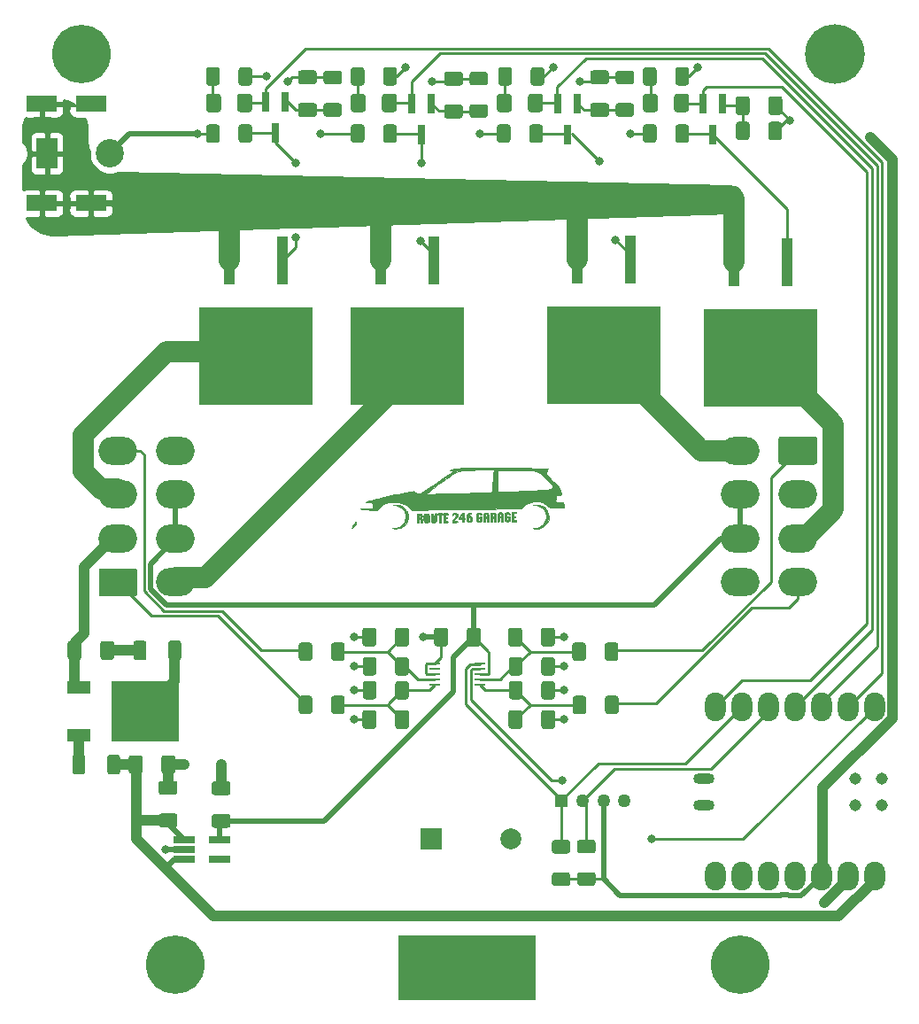
<source format=gtl>
G04 #@! TF.GenerationSoftware,KiCad,Pcbnew,(5.1.10-1-10_14)*
G04 #@! TF.CreationDate,2022-01-28T00:17:01+09:00*
G04 #@! TF.ProjectId,TireWarmer power board,54697265-5761-4726-9d65-7220706f7765,2.0*
G04 #@! TF.SameCoordinates,Original*
G04 #@! TF.FileFunction,Copper,L1,Top*
G04 #@! TF.FilePolarity,Positive*
%FSLAX46Y46*%
G04 Gerber Fmt 4.6, Leading zero omitted, Abs format (unit mm)*
G04 Created by KiCad (PCBNEW (5.1.10-1-10_14)) date 2022-01-28 00:17:01*
%MOMM*%
%LPD*%
G01*
G04 APERTURE LIST*
G04 #@! TA.AperFunction,EtchedComponent*
%ADD10C,0.100000*%
G04 #@! TD*
G04 #@! TA.AperFunction,EtchedComponent*
%ADD11C,0.010000*%
G04 #@! TD*
G04 #@! TA.AperFunction,ConnectorPad*
%ADD12C,5.600000*%
G04 #@! TD*
G04 #@! TA.AperFunction,ComponentPad*
%ADD13C,3.600000*%
G04 #@! TD*
G04 #@! TA.AperFunction,SMDPad,CuDef*
%ADD14R,0.800000X1.900000*%
G04 #@! TD*
G04 #@! TA.AperFunction,ComponentPad*
%ADD15O,3.700000X2.700000*%
G04 #@! TD*
G04 #@! TA.AperFunction,ComponentPad*
%ADD16R,3.000000X1.500000*%
G04 #@! TD*
G04 #@! TA.AperFunction,ComponentPad*
%ADD17R,2.000000X3.000000*%
G04 #@! TD*
G04 #@! TA.AperFunction,ComponentPad*
%ADD18C,2.700000*%
G04 #@! TD*
G04 #@! TA.AperFunction,SMDPad,CuDef*
%ADD19R,2.000000X0.650000*%
G04 #@! TD*
G04 #@! TA.AperFunction,ComponentPad*
%ADD20C,1.270000*%
G04 #@! TD*
G04 #@! TA.AperFunction,ComponentPad*
%ADD21R,1.270000X1.270000*%
G04 #@! TD*
G04 #@! TA.AperFunction,SMDPad,CuDef*
%ADD22R,10.800000X9.400000*%
G04 #@! TD*
G04 #@! TA.AperFunction,SMDPad,CuDef*
%ADD23R,1.100000X4.600000*%
G04 #@! TD*
G04 #@! TA.AperFunction,SMDPad,CuDef*
%ADD24R,6.400000X5.800000*%
G04 #@! TD*
G04 #@! TA.AperFunction,SMDPad,CuDef*
%ADD25R,2.200000X1.200000*%
G04 #@! TD*
G04 #@! TA.AperFunction,ConnectorPad*
%ADD26C,5.700000*%
G04 #@! TD*
G04 #@! TA.AperFunction,SMDPad,CuDef*
%ADD27R,1.100000X0.250000*%
G04 #@! TD*
G04 #@! TA.AperFunction,SMDPad,CuDef*
%ADD28C,1.143000*%
G04 #@! TD*
G04 #@! TA.AperFunction,SMDPad,CuDef*
%ADD29O,2.032000X1.016000*%
G04 #@! TD*
G04 #@! TA.AperFunction,SMDPad,CuDef*
%ADD30O,1.998980X2.748280*%
G04 #@! TD*
G04 #@! TA.AperFunction,ComponentPad*
%ADD31C,2.000000*%
G04 #@! TD*
G04 #@! TA.AperFunction,ComponentPad*
%ADD32R,2.000000X2.000000*%
G04 #@! TD*
G04 #@! TA.AperFunction,ViaPad*
%ADD33C,0.800000*%
G04 #@! TD*
G04 #@! TA.AperFunction,Conductor*
%ADD34C,1.000000*%
G04 #@! TD*
G04 #@! TA.AperFunction,Conductor*
%ADD35C,0.250000*%
G04 #@! TD*
G04 #@! TA.AperFunction,Conductor*
%ADD36C,0.500000*%
G04 #@! TD*
G04 #@! TA.AperFunction,Conductor*
%ADD37C,2.000000*%
G04 #@! TD*
G04 #@! TA.AperFunction,Conductor*
%ADD38C,0.254000*%
G04 #@! TD*
G04 #@! TA.AperFunction,Conductor*
%ADD39C,0.100000*%
G04 #@! TD*
G04 APERTURE END LIST*
D10*
G04 #@! TO.C,REF\u002A\u002A*
G36*
X102639000Y-160326000D02*
G01*
X89639000Y-160326000D01*
X89639000Y-154226000D01*
X102639000Y-154226000D01*
X102639000Y-160326000D01*
G37*
X102639000Y-160326000D02*
X89639000Y-160326000D01*
X89639000Y-154226000D01*
X102639000Y-154226000D01*
X102639000Y-160326000D01*
D11*
G04 #@! TO.C,G\u002A\u002A\u002A*
G36*
X98064367Y-113824662D02*
G01*
X98136378Y-113848321D01*
X98184390Y-113898607D01*
X98213079Y-113984403D01*
X98227126Y-114114590D01*
X98231207Y-114298050D01*
X98231250Y-114326750D01*
X98231250Y-114707750D01*
X98040750Y-114707750D01*
X98040750Y-114517250D01*
X98039153Y-114411720D01*
X98030072Y-114354750D01*
X98007073Y-114331408D01*
X97963718Y-114326761D01*
X97958645Y-114326750D01*
X97912694Y-114330131D01*
X97889375Y-114350421D01*
X97882734Y-114402834D01*
X97886816Y-114502588D01*
X97887208Y-114509312D01*
X97891525Y-114612219D01*
X97885055Y-114667846D01*
X97861788Y-114692231D01*
X97815710Y-114701414D01*
X97815181Y-114701475D01*
X97766725Y-114702319D01*
X97739156Y-114680603D01*
X97722916Y-114621577D01*
X97712270Y-114542725D01*
X97690758Y-114301107D01*
X97692370Y-114114381D01*
X97692745Y-114112437D01*
X97882486Y-114112437D01*
X97892527Y-114176729D01*
X97935227Y-114198579D01*
X97961375Y-114199750D01*
X98014880Y-114191547D01*
X98036913Y-114154518D01*
X98040750Y-114087628D01*
X98025655Y-113993771D01*
X97989920Y-113956002D01*
X97933141Y-113960970D01*
X97895311Y-114019246D01*
X97882486Y-114112437D01*
X97692745Y-114112437D01*
X97718802Y-113977665D01*
X97771750Y-113886076D01*
X97852908Y-113834732D01*
X97963679Y-113818750D01*
X98064367Y-113824662D01*
G37*
X98064367Y-113824662D02*
X98136378Y-113848321D01*
X98184390Y-113898607D01*
X98213079Y-113984403D01*
X98227126Y-114114590D01*
X98231207Y-114298050D01*
X98231250Y-114326750D01*
X98231250Y-114707750D01*
X98040750Y-114707750D01*
X98040750Y-114517250D01*
X98039153Y-114411720D01*
X98030072Y-114354750D01*
X98007073Y-114331408D01*
X97963718Y-114326761D01*
X97958645Y-114326750D01*
X97912694Y-114330131D01*
X97889375Y-114350421D01*
X97882734Y-114402834D01*
X97886816Y-114502588D01*
X97887208Y-114509312D01*
X97891525Y-114612219D01*
X97885055Y-114667846D01*
X97861788Y-114692231D01*
X97815710Y-114701414D01*
X97815181Y-114701475D01*
X97766725Y-114702319D01*
X97739156Y-114680603D01*
X97722916Y-114621577D01*
X97712270Y-114542725D01*
X97690758Y-114301107D01*
X97692370Y-114114381D01*
X97692745Y-114112437D01*
X97882486Y-114112437D01*
X97892527Y-114176729D01*
X97935227Y-114198579D01*
X97961375Y-114199750D01*
X98014880Y-114191547D01*
X98036913Y-114154518D01*
X98040750Y-114087628D01*
X98025655Y-113993771D01*
X97989920Y-113956002D01*
X97933141Y-113960970D01*
X97895311Y-114019246D01*
X97882486Y-114112437D01*
X97692745Y-114112437D01*
X97718802Y-113977665D01*
X97771750Y-113886076D01*
X97852908Y-113834732D01*
X97963679Y-113818750D01*
X98064367Y-113824662D01*
G36*
X98588437Y-113819236D02*
G01*
X98698932Y-113823131D01*
X98785715Y-113832762D01*
X98824576Y-113843694D01*
X98878866Y-113910458D01*
X98906881Y-114008680D01*
X98901274Y-114109203D01*
X98895780Y-114126212D01*
X98881586Y-114236924D01*
X98898495Y-114296196D01*
X98917738Y-114379546D01*
X98925096Y-114490284D01*
X98923741Y-114536420D01*
X98914582Y-114630110D01*
X98895773Y-114677880D01*
X98856996Y-114697306D01*
X98826562Y-114701921D01*
X98772856Y-114703839D01*
X98747423Y-114682531D01*
X98739733Y-114622037D01*
X98739250Y-114569580D01*
X98732520Y-114439865D01*
X98709795Y-114363107D01*
X98667272Y-114329944D01*
X98640603Y-114326750D01*
X98606903Y-114334701D01*
X98588693Y-114368095D01*
X98581457Y-114441241D01*
X98580500Y-114517250D01*
X98580500Y-114707750D01*
X98390000Y-114707750D01*
X98390000Y-114056875D01*
X98580500Y-114056875D01*
X98592317Y-114154094D01*
X98623103Y-114200732D01*
X98665858Y-114192258D01*
X98706382Y-114138337D01*
X98736343Y-114059527D01*
X98720181Y-113999793D01*
X98689357Y-113963892D01*
X98632307Y-113920309D01*
X98597870Y-113930856D01*
X98582337Y-113998700D01*
X98580500Y-114056875D01*
X98390000Y-114056875D01*
X98390000Y-113818750D01*
X98588437Y-113819236D01*
G37*
X98588437Y-113819236D02*
X98698932Y-113823131D01*
X98785715Y-113832762D01*
X98824576Y-113843694D01*
X98878866Y-113910458D01*
X98906881Y-114008680D01*
X98901274Y-114109203D01*
X98895780Y-114126212D01*
X98881586Y-114236924D01*
X98898495Y-114296196D01*
X98917738Y-114379546D01*
X98925096Y-114490284D01*
X98923741Y-114536420D01*
X98914582Y-114630110D01*
X98895773Y-114677880D01*
X98856996Y-114697306D01*
X98826562Y-114701921D01*
X98772856Y-114703839D01*
X98747423Y-114682531D01*
X98739733Y-114622037D01*
X98739250Y-114569580D01*
X98732520Y-114439865D01*
X98709795Y-114363107D01*
X98667272Y-114329944D01*
X98640603Y-114326750D01*
X98606903Y-114334701D01*
X98588693Y-114368095D01*
X98581457Y-114441241D01*
X98580500Y-114517250D01*
X98580500Y-114707750D01*
X98390000Y-114707750D01*
X98390000Y-114056875D01*
X98580500Y-114056875D01*
X98592317Y-114154094D01*
X98623103Y-114200732D01*
X98665858Y-114192258D01*
X98706382Y-114138337D01*
X98736343Y-114059527D01*
X98720181Y-113999793D01*
X98689357Y-113963892D01*
X98632307Y-113920309D01*
X98597870Y-113930856D01*
X98582337Y-113998700D01*
X98580500Y-114056875D01*
X98390000Y-114056875D01*
X98390000Y-113818750D01*
X98588437Y-113819236D01*
G36*
X89399624Y-113054663D02*
G01*
X89517683Y-113065362D01*
X89529503Y-113066904D01*
X89793015Y-113132202D01*
X90024824Y-113252233D01*
X90223169Y-113425735D01*
X90386291Y-113651444D01*
X90414051Y-113701823D01*
X90455934Y-113787544D01*
X90482273Y-113864456D01*
X90496595Y-113951793D01*
X90502427Y-114068789D01*
X90503350Y-114188875D01*
X90501366Y-114343741D01*
X90492884Y-114456198D01*
X90474151Y-114547276D01*
X90441415Y-114638005D01*
X90411007Y-114706415D01*
X90281855Y-114915022D01*
X90104191Y-115097157D01*
X89891693Y-115239183D01*
X89861391Y-115254391D01*
X89769619Y-115291907D01*
X89669227Y-115316095D01*
X89541137Y-115330323D01*
X89392125Y-115337226D01*
X89249976Y-115338503D01*
X89126536Y-115334148D01*
X89039035Y-115325044D01*
X89011125Y-115317746D01*
X88998229Y-115302637D01*
X89040176Y-115292735D01*
X89140463Y-115287475D01*
X89204491Y-115286481D01*
X89349180Y-115281516D01*
X89457814Y-115265605D01*
X89557642Y-115232751D01*
X89655631Y-115187170D01*
X89859369Y-115054359D01*
X90033942Y-114879670D01*
X90165174Y-114678512D01*
X90203089Y-114592151D01*
X90251654Y-114395586D01*
X90264276Y-114176351D01*
X90242036Y-113957839D01*
X90186017Y-113763444D01*
X90162422Y-113712625D01*
X90041067Y-113531043D01*
X89882790Y-113371893D01*
X89701225Y-113244631D01*
X89510007Y-113158715D01*
X89322771Y-113123600D01*
X89312750Y-113123328D01*
X89209822Y-113116238D01*
X89125057Y-113101575D01*
X89106375Y-113095665D01*
X89085774Y-113077559D01*
X89116692Y-113063598D01*
X89187236Y-113054589D01*
X89285511Y-113051341D01*
X89399624Y-113054663D01*
G37*
X89399624Y-113054663D02*
X89517683Y-113065362D01*
X89529503Y-113066904D01*
X89793015Y-113132202D01*
X90024824Y-113252233D01*
X90223169Y-113425735D01*
X90386291Y-113651444D01*
X90414051Y-113701823D01*
X90455934Y-113787544D01*
X90482273Y-113864456D01*
X90496595Y-113951793D01*
X90502427Y-114068789D01*
X90503350Y-114188875D01*
X90501366Y-114343741D01*
X90492884Y-114456198D01*
X90474151Y-114547276D01*
X90441415Y-114638005D01*
X90411007Y-114706415D01*
X90281855Y-114915022D01*
X90104191Y-115097157D01*
X89891693Y-115239183D01*
X89861391Y-115254391D01*
X89769619Y-115291907D01*
X89669227Y-115316095D01*
X89541137Y-115330323D01*
X89392125Y-115337226D01*
X89249976Y-115338503D01*
X89126536Y-115334148D01*
X89039035Y-115325044D01*
X89011125Y-115317746D01*
X88998229Y-115302637D01*
X89040176Y-115292735D01*
X89140463Y-115287475D01*
X89204491Y-115286481D01*
X89349180Y-115281516D01*
X89457814Y-115265605D01*
X89557642Y-115232751D01*
X89655631Y-115187170D01*
X89859369Y-115054359D01*
X90033942Y-114879670D01*
X90165174Y-114678512D01*
X90203089Y-114592151D01*
X90251654Y-114395586D01*
X90264276Y-114176351D01*
X90242036Y-113957839D01*
X90186017Y-113763444D01*
X90162422Y-113712625D01*
X90041067Y-113531043D01*
X89882790Y-113371893D01*
X89701225Y-113244631D01*
X89510007Y-113158715D01*
X89322771Y-113123600D01*
X89312750Y-113123328D01*
X89209822Y-113116238D01*
X89125057Y-113101575D01*
X89106375Y-113095665D01*
X89085774Y-113077559D01*
X89116692Y-113063598D01*
X89187236Y-113054589D01*
X89285511Y-113051341D01*
X89399624Y-113054663D01*
G36*
X85532530Y-114731708D02*
G01*
X85534500Y-114784577D01*
X85512056Y-114889506D01*
X85441544Y-115000929D01*
X85318191Y-115125620D01*
X85258621Y-115176133D01*
X85107047Y-115300125D01*
X85175448Y-115189000D01*
X85226011Y-115105387D01*
X85294090Y-114990929D01*
X85365359Y-114869719D01*
X85368605Y-114864160D01*
X85440349Y-114748417D01*
X85489297Y-114688857D01*
X85518880Y-114683837D01*
X85532530Y-114731708D01*
G37*
X85532530Y-114731708D02*
X85534500Y-114784577D01*
X85512056Y-114889506D01*
X85441544Y-115000929D01*
X85318191Y-115125620D01*
X85258621Y-115176133D01*
X85107047Y-115300125D01*
X85175448Y-115189000D01*
X85226011Y-115105387D01*
X85294090Y-114990929D01*
X85365359Y-114869719D01*
X85368605Y-114864160D01*
X85440349Y-114748417D01*
X85489297Y-114688857D01*
X85518880Y-114683837D01*
X85532530Y-114731708D01*
G36*
X97852356Y-109543573D02*
G01*
X98349360Y-109544987D01*
X98903232Y-109547686D01*
X99329875Y-109550320D01*
X99777871Y-109553449D01*
X100223891Y-109556879D01*
X100661647Y-109560544D01*
X101084851Y-109564378D01*
X101487216Y-109568315D01*
X101862453Y-109572289D01*
X102204277Y-109576234D01*
X102506399Y-109580084D01*
X102762532Y-109583773D01*
X102966388Y-109587235D01*
X103085686Y-109589750D01*
X103920497Y-109609857D01*
X103854366Y-109680251D01*
X103790509Y-109791710D01*
X103763047Y-109945412D01*
X103772893Y-110122727D01*
X103781841Y-110170360D01*
X103797078Y-110214466D01*
X103824405Y-110261651D01*
X103869622Y-110318516D01*
X103938530Y-110391666D01*
X104036930Y-110487704D01*
X104170623Y-110613234D01*
X104345410Y-110774860D01*
X104347180Y-110776492D01*
X104545389Y-110961218D01*
X104702026Y-111113644D01*
X104823652Y-111242892D01*
X104916823Y-111358083D01*
X104988098Y-111468339D01*
X105044037Y-111582781D01*
X105091197Y-111710532D01*
X105136138Y-111860713D01*
X105142067Y-111882026D01*
X105171828Y-112006489D01*
X105171400Y-112082978D01*
X105132613Y-112123077D01*
X105047302Y-112138373D01*
X104959830Y-112140513D01*
X104845130Y-112152464D01*
X104768947Y-112184058D01*
X104762589Y-112189696D01*
X104713250Y-112269668D01*
X104668731Y-112400334D01*
X104633203Y-112568890D01*
X104628036Y-112602606D01*
X104622804Y-112690104D01*
X104642588Y-112751373D01*
X104696122Y-112791646D01*
X104792137Y-112816155D01*
X104939365Y-112830131D01*
X105014097Y-112833924D01*
X105310125Y-112846871D01*
X105392752Y-113069787D01*
X105430243Y-113179098D01*
X105453678Y-113263899D01*
X105458759Y-113308229D01*
X105457544Y-113310538D01*
X105417942Y-113320929D01*
X105326195Y-113332131D01*
X105193642Y-113343445D01*
X105031621Y-113354167D01*
X104851470Y-113363599D01*
X104664526Y-113371039D01*
X104482127Y-113375785D01*
X104381985Y-113377034D01*
X104036596Y-113379249D01*
X103813733Y-113169012D01*
X103636090Y-113019112D01*
X103457282Y-112899964D01*
X103381247Y-112860132D01*
X103275880Y-112813859D01*
X103182666Y-112783599D01*
X103081067Y-112765198D01*
X102950542Y-112754503D01*
X102834188Y-112749490D01*
X102530908Y-112756121D01*
X102267085Y-112802651D01*
X102029118Y-112894095D01*
X101803404Y-113035466D01*
X101607998Y-113201481D01*
X101393625Y-113403704D01*
X96440625Y-113486569D01*
X95879113Y-113495985D01*
X95331451Y-113505210D01*
X94801341Y-113514180D01*
X94292486Y-113522832D01*
X93808587Y-113531099D01*
X93353346Y-113538920D01*
X92930467Y-113546228D01*
X92543651Y-113552960D01*
X92196601Y-113559052D01*
X91893019Y-113564439D01*
X91636607Y-113569057D01*
X91431067Y-113572841D01*
X91280103Y-113575727D01*
X91187415Y-113577652D01*
X91167179Y-113578146D01*
X90846733Y-113586859D01*
X90653952Y-113377798D01*
X90428186Y-113170077D01*
X90177695Y-113012710D01*
X89895801Y-112902872D01*
X89575829Y-112837741D01*
X89328625Y-112817361D01*
X88988393Y-112818442D01*
X88692590Y-112854358D01*
X88430287Y-112928830D01*
X88190557Y-113045582D01*
X87962470Y-113208337D01*
X87827649Y-113328674D01*
X87575318Y-113569750D01*
X87245471Y-113569029D01*
X87083930Y-113566224D01*
X86895529Y-113559076D01*
X86694624Y-113548546D01*
X86495572Y-113535595D01*
X86312731Y-113521183D01*
X86160458Y-113506272D01*
X86053109Y-113491823D01*
X86032292Y-113487827D01*
X85966800Y-113469597D01*
X85959058Y-113455499D01*
X86010150Y-113445437D01*
X86121158Y-113439316D01*
X86293163Y-113437042D01*
X86527248Y-113438519D01*
X86585946Y-113439319D01*
X87191140Y-113448225D01*
X87169892Y-113231175D01*
X87154729Y-113082907D01*
X87136082Y-112982300D01*
X87102679Y-112919140D01*
X87043247Y-112883217D01*
X86946511Y-112864317D01*
X86801199Y-112852228D01*
X86747411Y-112848471D01*
X86631009Y-112837502D01*
X86547275Y-112824266D01*
X86509104Y-112811038D01*
X86509286Y-112806434D01*
X86552104Y-112787004D01*
X86649465Y-112754400D01*
X86794254Y-112710624D01*
X86979354Y-112657681D01*
X87197650Y-112597573D01*
X87442025Y-112532304D01*
X87705364Y-112463877D01*
X87915750Y-112410505D01*
X88577953Y-112252956D01*
X89268767Y-112104586D01*
X89475074Y-112064842D01*
X92297250Y-112064842D01*
X92325269Y-112071469D01*
X92395808Y-112068680D01*
X92432187Y-112064830D01*
X92501629Y-112059447D01*
X92623873Y-112053258D01*
X92788231Y-112046668D01*
X92984019Y-112040079D01*
X93200548Y-112033895D01*
X93345000Y-112030339D01*
X93741026Y-112020922D01*
X94149805Y-112010662D01*
X94566500Y-111999717D01*
X94986275Y-111988242D01*
X95404292Y-111976394D01*
X95815714Y-111964330D01*
X96215705Y-111952206D01*
X96599427Y-111940178D01*
X96962044Y-111928402D01*
X97298719Y-111917036D01*
X97604615Y-111906234D01*
X97874895Y-111896155D01*
X98104723Y-111886954D01*
X98289260Y-111878787D01*
X98423671Y-111871811D01*
X98503118Y-111866182D01*
X98523764Y-111862899D01*
X98524431Y-111859714D01*
X99123500Y-111859714D01*
X99560062Y-111840538D01*
X99683788Y-111835155D01*
X99862105Y-111827470D01*
X100086160Y-111817861D01*
X100347101Y-111806706D01*
X100636074Y-111794384D01*
X100944228Y-111781272D01*
X101262710Y-111767748D01*
X101488875Y-111758161D01*
X101967942Y-111737524D01*
X102387642Y-111718572D01*
X102752072Y-111700928D01*
X103065332Y-111684217D01*
X103331520Y-111668064D01*
X103554735Y-111652092D01*
X103739075Y-111635926D01*
X103888639Y-111619189D01*
X104007526Y-111601507D01*
X104099835Y-111582502D01*
X104169663Y-111561800D01*
X104221110Y-111539024D01*
X104258275Y-111513799D01*
X104269840Y-111503159D01*
X104317673Y-111436370D01*
X104331866Y-111360417D01*
X104309656Y-111270726D01*
X104248281Y-111162721D01*
X104144977Y-111031829D01*
X103996982Y-110873475D01*
X103801533Y-110683085D01*
X103739265Y-110624658D01*
X103493767Y-110400245D01*
X103284850Y-110219366D01*
X103107230Y-110077807D01*
X102955627Y-109971354D01*
X102827582Y-109897219D01*
X102763667Y-109869658D01*
X102685492Y-109845976D01*
X102588212Y-109825895D01*
X102466986Y-109809134D01*
X102316970Y-109795417D01*
X102133322Y-109784464D01*
X101911198Y-109775996D01*
X101645755Y-109769736D01*
X101332152Y-109765404D01*
X100965544Y-109762722D01*
X100541089Y-109761412D01*
X100464937Y-109761308D01*
X99123500Y-109759750D01*
X99123500Y-111859714D01*
X98524431Y-111859714D01*
X98531201Y-111827423D01*
X98542911Y-111737888D01*
X98558044Y-111603527D01*
X98575751Y-111433574D01*
X98595185Y-111237264D01*
X98615496Y-111023830D01*
X98635836Y-110802506D01*
X98655356Y-110582527D01*
X98673207Y-110373125D01*
X98688541Y-110183535D01*
X98700509Y-110022991D01*
X98708263Y-109900726D01*
X98710953Y-109826251D01*
X98710750Y-109718127D01*
X97432812Y-109738409D01*
X97030086Y-109745520D01*
X96685073Y-109753398D01*
X96391990Y-109762500D01*
X96145049Y-109773283D01*
X95938467Y-109786203D01*
X95766457Y-109801717D01*
X95623234Y-109820282D01*
X95503014Y-109842356D01*
X95400010Y-109868394D01*
X95308438Y-109898853D01*
X95284518Y-109908055D01*
X95051436Y-110013734D01*
X94782732Y-110160836D01*
X94476571Y-110350511D01*
X94131118Y-110583912D01*
X93744538Y-110862189D01*
X93638403Y-110941034D01*
X93438789Y-111092378D01*
X93237163Y-111249237D01*
X93039837Y-111406321D01*
X92853126Y-111558337D01*
X92683343Y-111699997D01*
X92536802Y-111826009D01*
X92419817Y-111931084D01*
X92338701Y-112009929D01*
X92299768Y-112057256D01*
X92297250Y-112064842D01*
X89475074Y-112064842D01*
X89953328Y-111972709D01*
X90249375Y-111920810D01*
X90441270Y-111887579D01*
X90619408Y-111855408D01*
X90771076Y-111826693D01*
X90883563Y-111803831D01*
X90938768Y-111790820D01*
X91022726Y-111773451D01*
X91077128Y-111785592D01*
X91120598Y-111821598D01*
X91220352Y-111892923D01*
X91364160Y-111958559D01*
X91532650Y-112009802D01*
X91546672Y-112013031D01*
X91578002Y-112019260D01*
X91608850Y-112020927D01*
X91644516Y-112014972D01*
X91690301Y-111998335D01*
X91751504Y-111967956D01*
X91833425Y-111920775D01*
X91941364Y-111853731D01*
X92080622Y-111763765D01*
X92256496Y-111647817D01*
X92474288Y-111502827D01*
X92739298Y-111325734D01*
X92753550Y-111316204D01*
X93165027Y-111040481D01*
X93525175Y-110797850D01*
X93835982Y-110586911D01*
X94099434Y-110406266D01*
X94317518Y-110254514D01*
X94492221Y-110130254D01*
X94625530Y-110032088D01*
X94719430Y-109958614D01*
X94775910Y-109908434D01*
X94796956Y-109880146D01*
X94796927Y-109876372D01*
X94760491Y-109851113D01*
X94684007Y-109832745D01*
X94652219Y-109829361D01*
X94570659Y-109817509D01*
X94524002Y-109799410D01*
X94519750Y-109792226D01*
X94548864Y-109764860D01*
X94627344Y-109731325D01*
X94741895Y-109695743D01*
X94879222Y-109662237D01*
X95026032Y-109634931D01*
X95027750Y-109634665D01*
X95155555Y-109616909D01*
X95297503Y-109601277D01*
X95457479Y-109587691D01*
X95639367Y-109576077D01*
X95847049Y-109566358D01*
X96084411Y-109558458D01*
X96355337Y-109552300D01*
X96663710Y-109547809D01*
X97013415Y-109544908D01*
X97408335Y-109543522D01*
X97852356Y-109543573D01*
G37*
X97852356Y-109543573D02*
X98349360Y-109544987D01*
X98903232Y-109547686D01*
X99329875Y-109550320D01*
X99777871Y-109553449D01*
X100223891Y-109556879D01*
X100661647Y-109560544D01*
X101084851Y-109564378D01*
X101487216Y-109568315D01*
X101862453Y-109572289D01*
X102204277Y-109576234D01*
X102506399Y-109580084D01*
X102762532Y-109583773D01*
X102966388Y-109587235D01*
X103085686Y-109589750D01*
X103920497Y-109609857D01*
X103854366Y-109680251D01*
X103790509Y-109791710D01*
X103763047Y-109945412D01*
X103772893Y-110122727D01*
X103781841Y-110170360D01*
X103797078Y-110214466D01*
X103824405Y-110261651D01*
X103869622Y-110318516D01*
X103938530Y-110391666D01*
X104036930Y-110487704D01*
X104170623Y-110613234D01*
X104345410Y-110774860D01*
X104347180Y-110776492D01*
X104545389Y-110961218D01*
X104702026Y-111113644D01*
X104823652Y-111242892D01*
X104916823Y-111358083D01*
X104988098Y-111468339D01*
X105044037Y-111582781D01*
X105091197Y-111710532D01*
X105136138Y-111860713D01*
X105142067Y-111882026D01*
X105171828Y-112006489D01*
X105171400Y-112082978D01*
X105132613Y-112123077D01*
X105047302Y-112138373D01*
X104959830Y-112140513D01*
X104845130Y-112152464D01*
X104768947Y-112184058D01*
X104762589Y-112189696D01*
X104713250Y-112269668D01*
X104668731Y-112400334D01*
X104633203Y-112568890D01*
X104628036Y-112602606D01*
X104622804Y-112690104D01*
X104642588Y-112751373D01*
X104696122Y-112791646D01*
X104792137Y-112816155D01*
X104939365Y-112830131D01*
X105014097Y-112833924D01*
X105310125Y-112846871D01*
X105392752Y-113069787D01*
X105430243Y-113179098D01*
X105453678Y-113263899D01*
X105458759Y-113308229D01*
X105457544Y-113310538D01*
X105417942Y-113320929D01*
X105326195Y-113332131D01*
X105193642Y-113343445D01*
X105031621Y-113354167D01*
X104851470Y-113363599D01*
X104664526Y-113371039D01*
X104482127Y-113375785D01*
X104381985Y-113377034D01*
X104036596Y-113379249D01*
X103813733Y-113169012D01*
X103636090Y-113019112D01*
X103457282Y-112899964D01*
X103381247Y-112860132D01*
X103275880Y-112813859D01*
X103182666Y-112783599D01*
X103081067Y-112765198D01*
X102950542Y-112754503D01*
X102834188Y-112749490D01*
X102530908Y-112756121D01*
X102267085Y-112802651D01*
X102029118Y-112894095D01*
X101803404Y-113035466D01*
X101607998Y-113201481D01*
X101393625Y-113403704D01*
X96440625Y-113486569D01*
X95879113Y-113495985D01*
X95331451Y-113505210D01*
X94801341Y-113514180D01*
X94292486Y-113522832D01*
X93808587Y-113531099D01*
X93353346Y-113538920D01*
X92930467Y-113546228D01*
X92543651Y-113552960D01*
X92196601Y-113559052D01*
X91893019Y-113564439D01*
X91636607Y-113569057D01*
X91431067Y-113572841D01*
X91280103Y-113575727D01*
X91187415Y-113577652D01*
X91167179Y-113578146D01*
X90846733Y-113586859D01*
X90653952Y-113377798D01*
X90428186Y-113170077D01*
X90177695Y-113012710D01*
X89895801Y-112902872D01*
X89575829Y-112837741D01*
X89328625Y-112817361D01*
X88988393Y-112818442D01*
X88692590Y-112854358D01*
X88430287Y-112928830D01*
X88190557Y-113045582D01*
X87962470Y-113208337D01*
X87827649Y-113328674D01*
X87575318Y-113569750D01*
X87245471Y-113569029D01*
X87083930Y-113566224D01*
X86895529Y-113559076D01*
X86694624Y-113548546D01*
X86495572Y-113535595D01*
X86312731Y-113521183D01*
X86160458Y-113506272D01*
X86053109Y-113491823D01*
X86032292Y-113487827D01*
X85966800Y-113469597D01*
X85959058Y-113455499D01*
X86010150Y-113445437D01*
X86121158Y-113439316D01*
X86293163Y-113437042D01*
X86527248Y-113438519D01*
X86585946Y-113439319D01*
X87191140Y-113448225D01*
X87169892Y-113231175D01*
X87154729Y-113082907D01*
X87136082Y-112982300D01*
X87102679Y-112919140D01*
X87043247Y-112883217D01*
X86946511Y-112864317D01*
X86801199Y-112852228D01*
X86747411Y-112848471D01*
X86631009Y-112837502D01*
X86547275Y-112824266D01*
X86509104Y-112811038D01*
X86509286Y-112806434D01*
X86552104Y-112787004D01*
X86649465Y-112754400D01*
X86794254Y-112710624D01*
X86979354Y-112657681D01*
X87197650Y-112597573D01*
X87442025Y-112532304D01*
X87705364Y-112463877D01*
X87915750Y-112410505D01*
X88577953Y-112252956D01*
X89268767Y-112104586D01*
X89475074Y-112064842D01*
X92297250Y-112064842D01*
X92325269Y-112071469D01*
X92395808Y-112068680D01*
X92432187Y-112064830D01*
X92501629Y-112059447D01*
X92623873Y-112053258D01*
X92788231Y-112046668D01*
X92984019Y-112040079D01*
X93200548Y-112033895D01*
X93345000Y-112030339D01*
X93741026Y-112020922D01*
X94149805Y-112010662D01*
X94566500Y-111999717D01*
X94986275Y-111988242D01*
X95404292Y-111976394D01*
X95815714Y-111964330D01*
X96215705Y-111952206D01*
X96599427Y-111940178D01*
X96962044Y-111928402D01*
X97298719Y-111917036D01*
X97604615Y-111906234D01*
X97874895Y-111896155D01*
X98104723Y-111886954D01*
X98289260Y-111878787D01*
X98423671Y-111871811D01*
X98503118Y-111866182D01*
X98523764Y-111862899D01*
X98524431Y-111859714D01*
X99123500Y-111859714D01*
X99560062Y-111840538D01*
X99683788Y-111835155D01*
X99862105Y-111827470D01*
X100086160Y-111817861D01*
X100347101Y-111806706D01*
X100636074Y-111794384D01*
X100944228Y-111781272D01*
X101262710Y-111767748D01*
X101488875Y-111758161D01*
X101967942Y-111737524D01*
X102387642Y-111718572D01*
X102752072Y-111700928D01*
X103065332Y-111684217D01*
X103331520Y-111668064D01*
X103554735Y-111652092D01*
X103739075Y-111635926D01*
X103888639Y-111619189D01*
X104007526Y-111601507D01*
X104099835Y-111582502D01*
X104169663Y-111561800D01*
X104221110Y-111539024D01*
X104258275Y-111513799D01*
X104269840Y-111503159D01*
X104317673Y-111436370D01*
X104331866Y-111360417D01*
X104309656Y-111270726D01*
X104248281Y-111162721D01*
X104144977Y-111031829D01*
X103996982Y-110873475D01*
X103801533Y-110683085D01*
X103739265Y-110624658D01*
X103493767Y-110400245D01*
X103284850Y-110219366D01*
X103107230Y-110077807D01*
X102955627Y-109971354D01*
X102827582Y-109897219D01*
X102763667Y-109869658D01*
X102685492Y-109845976D01*
X102588212Y-109825895D01*
X102466986Y-109809134D01*
X102316970Y-109795417D01*
X102133322Y-109784464D01*
X101911198Y-109775996D01*
X101645755Y-109769736D01*
X101332152Y-109765404D01*
X100965544Y-109762722D01*
X100541089Y-109761412D01*
X100464937Y-109761308D01*
X99123500Y-109759750D01*
X99123500Y-111859714D01*
X98524431Y-111859714D01*
X98531201Y-111827423D01*
X98542911Y-111737888D01*
X98558044Y-111603527D01*
X98575751Y-111433574D01*
X98595185Y-111237264D01*
X98615496Y-111023830D01*
X98635836Y-110802506D01*
X98655356Y-110582527D01*
X98673207Y-110373125D01*
X98688541Y-110183535D01*
X98700509Y-110022991D01*
X98708263Y-109900726D01*
X98710953Y-109826251D01*
X98710750Y-109718127D01*
X97432812Y-109738409D01*
X97030086Y-109745520D01*
X96685073Y-109753398D01*
X96391990Y-109762500D01*
X96145049Y-109773283D01*
X95938467Y-109786203D01*
X95766457Y-109801717D01*
X95623234Y-109820282D01*
X95503014Y-109842356D01*
X95400010Y-109868394D01*
X95308438Y-109898853D01*
X95284518Y-109908055D01*
X95051436Y-110013734D01*
X94782732Y-110160836D01*
X94476571Y-110350511D01*
X94131118Y-110583912D01*
X93744538Y-110862189D01*
X93638403Y-110941034D01*
X93438789Y-111092378D01*
X93237163Y-111249237D01*
X93039837Y-111406321D01*
X92853126Y-111558337D01*
X92683343Y-111699997D01*
X92536802Y-111826009D01*
X92419817Y-111931084D01*
X92338701Y-112009929D01*
X92299768Y-112057256D01*
X92297250Y-112064842D01*
X89475074Y-112064842D01*
X89953328Y-111972709D01*
X90249375Y-111920810D01*
X90441270Y-111887579D01*
X90619408Y-111855408D01*
X90771076Y-111826693D01*
X90883563Y-111803831D01*
X90938768Y-111790820D01*
X91022726Y-111773451D01*
X91077128Y-111785592D01*
X91120598Y-111821598D01*
X91220352Y-111892923D01*
X91364160Y-111958559D01*
X91532650Y-112009802D01*
X91546672Y-112013031D01*
X91578002Y-112019260D01*
X91608850Y-112020927D01*
X91644516Y-112014972D01*
X91690301Y-111998335D01*
X91751504Y-111967956D01*
X91833425Y-111920775D01*
X91941364Y-111853731D01*
X92080622Y-111763765D01*
X92256496Y-111647817D01*
X92474288Y-111502827D01*
X92739298Y-111325734D01*
X92753550Y-111316204D01*
X93165027Y-111040481D01*
X93525175Y-110797850D01*
X93835982Y-110586911D01*
X94099434Y-110406266D01*
X94317518Y-110254514D01*
X94492221Y-110130254D01*
X94625530Y-110032088D01*
X94719430Y-109958614D01*
X94775910Y-109908434D01*
X94796956Y-109880146D01*
X94796927Y-109876372D01*
X94760491Y-109851113D01*
X94684007Y-109832745D01*
X94652219Y-109829361D01*
X94570659Y-109817509D01*
X94524002Y-109799410D01*
X94519750Y-109792226D01*
X94548864Y-109764860D01*
X94627344Y-109731325D01*
X94741895Y-109695743D01*
X94879222Y-109662237D01*
X95026032Y-109634931D01*
X95027750Y-109634665D01*
X95155555Y-109616909D01*
X95297503Y-109601277D01*
X95457479Y-109587691D01*
X95639367Y-109576077D01*
X95847049Y-109566358D01*
X96084411Y-109558458D01*
X96355337Y-109552300D01*
X96663710Y-109547809D01*
X97013415Y-109544908D01*
X97408335Y-109543522D01*
X97852356Y-109543573D01*
G36*
X102970112Y-113065385D02*
G01*
X103077989Y-113075192D01*
X103169520Y-113097864D01*
X103268221Y-113137841D01*
X103305589Y-113155216D01*
X103535829Y-113296361D01*
X103720245Y-113475612D01*
X103856646Y-113684940D01*
X103942841Y-113916316D01*
X103976639Y-114161708D01*
X103955847Y-114413089D01*
X103878275Y-114662428D01*
X103770787Y-114859688D01*
X103601215Y-115061244D01*
X103393688Y-115211987D01*
X103147921Y-115312095D01*
X102992896Y-115346199D01*
X102886516Y-115362589D01*
X102807553Y-115373126D01*
X102774750Y-115375525D01*
X102736744Y-115368666D01*
X102657704Y-115355103D01*
X102604958Y-115346203D01*
X102492968Y-115324265D01*
X102444096Y-115306834D01*
X102458101Y-115294177D01*
X102534745Y-115286566D01*
X102660299Y-115284250D01*
X102813428Y-115278809D01*
X102931339Y-115258974D01*
X103041655Y-115219473D01*
X103071587Y-115205764D01*
X103294697Y-115073037D01*
X103468748Y-114906139D01*
X103602926Y-114696186D01*
X103606854Y-114688272D01*
X103660091Y-114572934D01*
X103691516Y-114477883D01*
X103706708Y-114377333D01*
X103711249Y-114245503D01*
X103711375Y-114205417D01*
X103707734Y-114054377D01*
X103693723Y-113941701D01*
X103664706Y-113842509D01*
X103627708Y-113756439D01*
X103488158Y-113525520D01*
X103308086Y-113343000D01*
X103116275Y-113221651D01*
X103003066Y-113170046D01*
X102903656Y-113140349D01*
X102790864Y-113126599D01*
X102666491Y-113123018D01*
X102537180Y-113119259D01*
X102470480Y-113110706D01*
X102465674Y-113097247D01*
X102473125Y-113093500D01*
X102532586Y-113080966D01*
X102636859Y-113070912D01*
X102767262Y-113064914D01*
X102822375Y-113064006D01*
X102970112Y-113065385D01*
G37*
X102970112Y-113065385D02*
X103077989Y-113075192D01*
X103169520Y-113097864D01*
X103268221Y-113137841D01*
X103305589Y-113155216D01*
X103535829Y-113296361D01*
X103720245Y-113475612D01*
X103856646Y-113684940D01*
X103942841Y-113916316D01*
X103976639Y-114161708D01*
X103955847Y-114413089D01*
X103878275Y-114662428D01*
X103770787Y-114859688D01*
X103601215Y-115061244D01*
X103393688Y-115211987D01*
X103147921Y-115312095D01*
X102992896Y-115346199D01*
X102886516Y-115362589D01*
X102807553Y-115373126D01*
X102774750Y-115375525D01*
X102736744Y-115368666D01*
X102657704Y-115355103D01*
X102604958Y-115346203D01*
X102492968Y-115324265D01*
X102444096Y-115306834D01*
X102458101Y-115294177D01*
X102534745Y-115286566D01*
X102660299Y-115284250D01*
X102813428Y-115278809D01*
X102931339Y-115258974D01*
X103041655Y-115219473D01*
X103071587Y-115205764D01*
X103294697Y-115073037D01*
X103468748Y-114906139D01*
X103602926Y-114696186D01*
X103606854Y-114688272D01*
X103660091Y-114572934D01*
X103691516Y-114477883D01*
X103706708Y-114377333D01*
X103711249Y-114245503D01*
X103711375Y-114205417D01*
X103707734Y-114054377D01*
X103693723Y-113941701D01*
X103664706Y-113842509D01*
X103627708Y-113756439D01*
X103488158Y-113525520D01*
X103308086Y-113343000D01*
X103116275Y-113221651D01*
X103003066Y-113170046D01*
X102903656Y-113140349D01*
X102790864Y-113126599D01*
X102666491Y-113123018D01*
X102537180Y-113119259D01*
X102470480Y-113110706D01*
X102465674Y-113097247D01*
X102473125Y-113093500D01*
X102532586Y-113080966D01*
X102636859Y-113070912D01*
X102767262Y-113064914D01*
X102822375Y-113064006D01*
X102970112Y-113065385D01*
G36*
X92393602Y-113920800D02*
G01*
X92464458Y-113947398D01*
X92510031Y-114003090D01*
X92535587Y-114097168D01*
X92546391Y-114238929D01*
X92548000Y-114365564D01*
X92543148Y-114541893D01*
X92524832Y-114664434D01*
X92487405Y-114742415D01*
X92425223Y-114785064D01*
X92332641Y-114801611D01*
X92280429Y-114803000D01*
X92179859Y-114794609D01*
X92113917Y-114762003D01*
X92074054Y-114719343D01*
X92042059Y-114669381D01*
X92022271Y-114608149D01*
X92011964Y-114519852D01*
X92010519Y-114466545D01*
X92202453Y-114466545D01*
X92211449Y-114582262D01*
X92233543Y-114648236D01*
X92270151Y-114670927D01*
X92287196Y-114669737D01*
X92312880Y-114656716D01*
X92329080Y-114621764D01*
X92337859Y-114553071D01*
X92341279Y-114438829D01*
X92341625Y-114358065D01*
X92340663Y-114217996D01*
X92336122Y-114129630D01*
X92325516Y-114081181D01*
X92306360Y-114060860D01*
X92278125Y-114056875D01*
X92245316Y-114063141D01*
X92225123Y-114090665D01*
X92213528Y-114152538D01*
X92206513Y-114261849D01*
X92205143Y-114294626D01*
X92202453Y-114466545D01*
X92010519Y-114466545D01*
X92008408Y-114388694D01*
X92008250Y-114338343D01*
X92013252Y-114165470D01*
X92032471Y-114046161D01*
X92072226Y-113970970D01*
X92138838Y-113930454D01*
X92238626Y-113915168D01*
X92292199Y-113913999D01*
X92393602Y-113920800D01*
G37*
X92393602Y-113920800D02*
X92464458Y-113947398D01*
X92510031Y-114003090D01*
X92535587Y-114097168D01*
X92546391Y-114238929D01*
X92548000Y-114365564D01*
X92543148Y-114541893D01*
X92524832Y-114664434D01*
X92487405Y-114742415D01*
X92425223Y-114785064D01*
X92332641Y-114801611D01*
X92280429Y-114803000D01*
X92179859Y-114794609D01*
X92113917Y-114762003D01*
X92074054Y-114719343D01*
X92042059Y-114669381D01*
X92022271Y-114608149D01*
X92011964Y-114519852D01*
X92010519Y-114466545D01*
X92202453Y-114466545D01*
X92211449Y-114582262D01*
X92233543Y-114648236D01*
X92270151Y-114670927D01*
X92287196Y-114669737D01*
X92312880Y-114656716D01*
X92329080Y-114621764D01*
X92337859Y-114553071D01*
X92341279Y-114438829D01*
X92341625Y-114358065D01*
X92340663Y-114217996D01*
X92336122Y-114129630D01*
X92325516Y-114081181D01*
X92306360Y-114060860D01*
X92278125Y-114056875D01*
X92245316Y-114063141D01*
X92225123Y-114090665D01*
X92213528Y-114152538D01*
X92206513Y-114261849D01*
X92205143Y-114294626D01*
X92202453Y-114466545D01*
X92010519Y-114466545D01*
X92008408Y-114388694D01*
X92008250Y-114338343D01*
X92013252Y-114165470D01*
X92032471Y-114046161D01*
X92072226Y-113970970D01*
X92138838Y-113930454D01*
X92238626Y-113915168D01*
X92292199Y-113913999D01*
X92393602Y-113920800D01*
G36*
X96514607Y-113856484D02*
G01*
X96543091Y-113879478D01*
X96542566Y-113906062D01*
X96505942Y-113952986D01*
X96452925Y-113972604D01*
X96350856Y-114006413D01*
X96299464Y-114069584D01*
X96294500Y-114102888D01*
X96308776Y-114139819D01*
X96361962Y-114146319D01*
X96391002Y-114142838D01*
X96493447Y-114146496D01*
X96562216Y-114195786D01*
X96600622Y-114295176D01*
X96612000Y-114440995D01*
X96608671Y-114555956D01*
X96595187Y-114626131D01*
X96566300Y-114670045D01*
X96541435Y-114690074D01*
X96439852Y-114731192D01*
X96321939Y-114737100D01*
X96214967Y-114708826D01*
X96167500Y-114676000D01*
X96134562Y-114632528D01*
X96115162Y-114572836D01*
X96106061Y-114480650D01*
X96104996Y-114416708D01*
X96294500Y-114416708D01*
X96298550Y-114510764D01*
X96308839Y-114576265D01*
X96315666Y-114591333D01*
X96370627Y-114612112D01*
X96417993Y-114581318D01*
X96428418Y-114556937D01*
X96434359Y-114489036D01*
X96430103Y-114395662D01*
X96428647Y-114382312D01*
X96410413Y-114299711D01*
X96376335Y-114266128D01*
X96354526Y-114263250D01*
X96317850Y-114273073D01*
X96299878Y-114312830D01*
X96294575Y-114397947D01*
X96294500Y-114416708D01*
X96104996Y-114416708D01*
X96104000Y-114356923D01*
X96114892Y-114158695D01*
X96150123Y-114014751D01*
X96213522Y-113919280D01*
X96308916Y-113866468D01*
X96437615Y-113850500D01*
X96514607Y-113856484D01*
G37*
X96514607Y-113856484D02*
X96543091Y-113879478D01*
X96542566Y-113906062D01*
X96505942Y-113952986D01*
X96452925Y-113972604D01*
X96350856Y-114006413D01*
X96299464Y-114069584D01*
X96294500Y-114102888D01*
X96308776Y-114139819D01*
X96361962Y-114146319D01*
X96391002Y-114142838D01*
X96493447Y-114146496D01*
X96562216Y-114195786D01*
X96600622Y-114295176D01*
X96612000Y-114440995D01*
X96608671Y-114555956D01*
X96595187Y-114626131D01*
X96566300Y-114670045D01*
X96541435Y-114690074D01*
X96439852Y-114731192D01*
X96321939Y-114737100D01*
X96214967Y-114708826D01*
X96167500Y-114676000D01*
X96134562Y-114632528D01*
X96115162Y-114572836D01*
X96106061Y-114480650D01*
X96104996Y-114416708D01*
X96294500Y-114416708D01*
X96298550Y-114510764D01*
X96308839Y-114576265D01*
X96315666Y-114591333D01*
X96370627Y-114612112D01*
X96417993Y-114581318D01*
X96428418Y-114556937D01*
X96434359Y-114489036D01*
X96430103Y-114395662D01*
X96428647Y-114382312D01*
X96410413Y-114299711D01*
X96376335Y-114266128D01*
X96354526Y-114263250D01*
X96317850Y-114273073D01*
X96299878Y-114312830D01*
X96294575Y-114397947D01*
X96294500Y-114416708D01*
X96104996Y-114416708D01*
X96104000Y-114356923D01*
X96114892Y-114158695D01*
X96150123Y-114014751D01*
X96213522Y-113919280D01*
X96308916Y-113866468D01*
X96437615Y-113850500D01*
X96514607Y-113856484D01*
G36*
X93762646Y-113888066D02*
G01*
X93802274Y-113899410D01*
X93816446Y-113922179D01*
X93818000Y-113944465D01*
X93800029Y-113995082D01*
X93738625Y-114009250D01*
X93659250Y-114009250D01*
X93659250Y-114771250D01*
X93468750Y-114771250D01*
X93468750Y-114009250D01*
X93371171Y-114009249D01*
X93302570Y-114000994D01*
X93282453Y-113970461D01*
X93284210Y-113953687D01*
X93299144Y-113925409D01*
X93339155Y-113907239D01*
X93416735Y-113896206D01*
X93544371Y-113889337D01*
X93556413Y-113888903D01*
X93684909Y-113885459D01*
X93762646Y-113888066D01*
G37*
X93762646Y-113888066D02*
X93802274Y-113899410D01*
X93816446Y-113922179D01*
X93818000Y-113944465D01*
X93800029Y-113995082D01*
X93738625Y-114009250D01*
X93659250Y-114009250D01*
X93659250Y-114771250D01*
X93468750Y-114771250D01*
X93468750Y-114009250D01*
X93371171Y-114009249D01*
X93302570Y-114000994D01*
X93282453Y-113970461D01*
X93284210Y-113953687D01*
X93299144Y-113925409D01*
X93339155Y-113907239D01*
X93416735Y-113896206D01*
X93544371Y-113889337D01*
X93556413Y-113888903D01*
X93684909Y-113885459D01*
X93762646Y-113888066D01*
G36*
X99481032Y-113829270D02*
G01*
X99509187Y-113849781D01*
X99546091Y-113880938D01*
X99570783Y-113913696D01*
X99585716Y-113960628D01*
X99593344Y-114034310D01*
X99596121Y-114147318D01*
X99596500Y-114297304D01*
X99596500Y-114676000D01*
X99406000Y-114676000D01*
X99406000Y-114485500D01*
X99404319Y-114379922D01*
X99395135Y-114322921D01*
X99372235Y-114299585D01*
X99329407Y-114295004D01*
X99326625Y-114295000D01*
X99282306Y-114299141D01*
X99258567Y-114321600D01*
X99249014Y-114377427D01*
X99247250Y-114481674D01*
X99247250Y-114481798D01*
X99245080Y-114586971D01*
X99234334Y-114645003D01*
X99208652Y-114672213D01*
X99168621Y-114683628D01*
X99102982Y-114689201D01*
X99073371Y-114682037D01*
X99066721Y-114645455D01*
X99061338Y-114558864D01*
X99057822Y-114435755D01*
X99056750Y-114309100D01*
X99060355Y-114122040D01*
X99062996Y-114096562D01*
X99247736Y-114096562D01*
X99254406Y-114168196D01*
X99285062Y-114196073D01*
X99326625Y-114199750D01*
X99377619Y-114192890D01*
X99400386Y-114160446D01*
X99405962Y-114084621D01*
X99406000Y-114071753D01*
X99394428Y-113972178D01*
X99358222Y-113925528D01*
X99355170Y-113924252D01*
X99298319Y-113928848D01*
X99261216Y-113988722D01*
X99247736Y-114096562D01*
X99062996Y-114096562D01*
X99074200Y-113988483D01*
X99102826Y-113898690D01*
X99150778Y-113842921D01*
X99222598Y-113811435D01*
X99295199Y-113797851D01*
X99399481Y-113795817D01*
X99481032Y-113829270D01*
G37*
X99481032Y-113829270D02*
X99509187Y-113849781D01*
X99546091Y-113880938D01*
X99570783Y-113913696D01*
X99585716Y-113960628D01*
X99593344Y-114034310D01*
X99596121Y-114147318D01*
X99596500Y-114297304D01*
X99596500Y-114676000D01*
X99406000Y-114676000D01*
X99406000Y-114485500D01*
X99404319Y-114379922D01*
X99395135Y-114322921D01*
X99372235Y-114299585D01*
X99329407Y-114295004D01*
X99326625Y-114295000D01*
X99282306Y-114299141D01*
X99258567Y-114321600D01*
X99249014Y-114377427D01*
X99247250Y-114481674D01*
X99247250Y-114481798D01*
X99245080Y-114586971D01*
X99234334Y-114645003D01*
X99208652Y-114672213D01*
X99168621Y-114683628D01*
X99102982Y-114689201D01*
X99073371Y-114682037D01*
X99066721Y-114645455D01*
X99061338Y-114558864D01*
X99057822Y-114435755D01*
X99056750Y-114309100D01*
X99060355Y-114122040D01*
X99062996Y-114096562D01*
X99247736Y-114096562D01*
X99254406Y-114168196D01*
X99285062Y-114196073D01*
X99326625Y-114199750D01*
X99377619Y-114192890D01*
X99400386Y-114160446D01*
X99405962Y-114084621D01*
X99406000Y-114071753D01*
X99394428Y-113972178D01*
X99358222Y-113925528D01*
X99355170Y-113924252D01*
X99298319Y-113928848D01*
X99261216Y-113988722D01*
X99247736Y-114096562D01*
X99062996Y-114096562D01*
X99074200Y-113988483D01*
X99102826Y-113898690D01*
X99150778Y-113842921D01*
X99222598Y-113811435D01*
X99295199Y-113797851D01*
X99399481Y-113795817D01*
X99481032Y-113829270D01*
G36*
X95850000Y-114088625D02*
G01*
X95852494Y-114214229D01*
X95861510Y-114287958D01*
X95879342Y-114321294D01*
X95897625Y-114326750D01*
X95936410Y-114353219D01*
X95945250Y-114390250D01*
X95925397Y-114441964D01*
X95897625Y-114453750D01*
X95866234Y-114472448D01*
X95851936Y-114536026D01*
X95850000Y-114596625D01*
X95847238Y-114684481D01*
X95831296Y-114726092D01*
X95790684Y-114738692D01*
X95754750Y-114739500D01*
X95696179Y-114735358D01*
X95668438Y-114711444D01*
X95660038Y-114650526D01*
X95659500Y-114596625D01*
X95659500Y-114453750D01*
X95500750Y-114453750D01*
X95411338Y-114448893D01*
X95359899Y-114429326D01*
X95346587Y-114387551D01*
X95367826Y-114326750D01*
X95461696Y-114326750D01*
X95560598Y-114326750D01*
X95620353Y-114323215D01*
X95649346Y-114301375D01*
X95658692Y-114244375D01*
X95659500Y-114176810D01*
X95658881Y-114099976D01*
X95652317Y-114063381D01*
X95632744Y-114070147D01*
X95593098Y-114123398D01*
X95526315Y-114226255D01*
X95517842Y-114239437D01*
X95461696Y-114326750D01*
X95367826Y-114326750D01*
X95371557Y-114316070D01*
X95434961Y-114207387D01*
X95508092Y-114096562D01*
X95591071Y-113977785D01*
X95651721Y-113903816D01*
X95700146Y-113864868D01*
X95746446Y-113851156D01*
X95762102Y-113850500D01*
X95850000Y-113850500D01*
X95850000Y-114088625D01*
G37*
X95850000Y-114088625D02*
X95852494Y-114214229D01*
X95861510Y-114287958D01*
X95879342Y-114321294D01*
X95897625Y-114326750D01*
X95936410Y-114353219D01*
X95945250Y-114390250D01*
X95925397Y-114441964D01*
X95897625Y-114453750D01*
X95866234Y-114472448D01*
X95851936Y-114536026D01*
X95850000Y-114596625D01*
X95847238Y-114684481D01*
X95831296Y-114726092D01*
X95790684Y-114738692D01*
X95754750Y-114739500D01*
X95696179Y-114735358D01*
X95668438Y-114711444D01*
X95660038Y-114650526D01*
X95659500Y-114596625D01*
X95659500Y-114453750D01*
X95500750Y-114453750D01*
X95411338Y-114448893D01*
X95359899Y-114429326D01*
X95346587Y-114387551D01*
X95367826Y-114326750D01*
X95461696Y-114326750D01*
X95560598Y-114326750D01*
X95620353Y-114323215D01*
X95649346Y-114301375D01*
X95658692Y-114244375D01*
X95659500Y-114176810D01*
X95658881Y-114099976D01*
X95652317Y-114063381D01*
X95632744Y-114070147D01*
X95593098Y-114123398D01*
X95526315Y-114226255D01*
X95517842Y-114239437D01*
X95461696Y-114326750D01*
X95367826Y-114326750D01*
X95371557Y-114316070D01*
X95434961Y-114207387D01*
X95508092Y-114096562D01*
X95591071Y-113977785D01*
X95651721Y-113903816D01*
X95700146Y-113864868D01*
X95746446Y-113851156D01*
X95762102Y-113850500D01*
X95850000Y-113850500D01*
X95850000Y-114088625D01*
G36*
X100131309Y-113798694D02*
G01*
X100208336Y-113832277D01*
X100213357Y-113836892D01*
X100254369Y-113904374D01*
X100263250Y-113948017D01*
X100242633Y-113998006D01*
X100198877Y-114005751D01*
X100159124Y-113967794D01*
X100156518Y-113961624D01*
X100112716Y-113925922D01*
X100041996Y-113913999D01*
X99945750Y-113914000D01*
X99945750Y-114231500D01*
X99946730Y-114376309D01*
X99951110Y-114469047D01*
X99961053Y-114521130D01*
X99978719Y-114543975D01*
X100005853Y-114549000D01*
X100065503Y-114525692D01*
X100085199Y-114498852D01*
X100093046Y-114434610D01*
X100081708Y-114361816D01*
X100057510Y-114307535D01*
X100037558Y-114295000D01*
X100014548Y-114268377D01*
X100009250Y-114231500D01*
X100019900Y-114189955D01*
X100062945Y-114171595D01*
X100136250Y-114168000D01*
X100263250Y-114168000D01*
X100268280Y-114302937D01*
X100270226Y-114434091D01*
X100261949Y-114520025D01*
X100240145Y-114578640D01*
X100209971Y-114618746D01*
X100135844Y-114660788D01*
X100030056Y-114677747D01*
X99919258Y-114669679D01*
X99830102Y-114636637D01*
X99807795Y-114617937D01*
X99783042Y-114577451D01*
X99767144Y-114513463D01*
X99758461Y-114413632D01*
X99755349Y-114265619D01*
X99755250Y-114222862D01*
X99756225Y-114071578D01*
X99760734Y-113970773D01*
X99771154Y-113907438D01*
X99789859Y-113868563D01*
X99819226Y-113841140D01*
X99825814Y-113836425D01*
X99913567Y-113800737D01*
X100024225Y-113788170D01*
X100131309Y-113798694D01*
G37*
X100131309Y-113798694D02*
X100208336Y-113832277D01*
X100213357Y-113836892D01*
X100254369Y-113904374D01*
X100263250Y-113948017D01*
X100242633Y-113998006D01*
X100198877Y-114005751D01*
X100159124Y-113967794D01*
X100156518Y-113961624D01*
X100112716Y-113925922D01*
X100041996Y-113913999D01*
X99945750Y-113914000D01*
X99945750Y-114231500D01*
X99946730Y-114376309D01*
X99951110Y-114469047D01*
X99961053Y-114521130D01*
X99978719Y-114543975D01*
X100005853Y-114549000D01*
X100065503Y-114525692D01*
X100085199Y-114498852D01*
X100093046Y-114434610D01*
X100081708Y-114361816D01*
X100057510Y-114307535D01*
X100037558Y-114295000D01*
X100014548Y-114268377D01*
X100009250Y-114231500D01*
X100019900Y-114189955D01*
X100062945Y-114171595D01*
X100136250Y-114168000D01*
X100263250Y-114168000D01*
X100268280Y-114302937D01*
X100270226Y-114434091D01*
X100261949Y-114520025D01*
X100240145Y-114578640D01*
X100209971Y-114618746D01*
X100135844Y-114660788D01*
X100030056Y-114677747D01*
X99919258Y-114669679D01*
X99830102Y-114636637D01*
X99807795Y-114617937D01*
X99783042Y-114577451D01*
X99767144Y-114513463D01*
X99758461Y-114413632D01*
X99755349Y-114265619D01*
X99755250Y-114222862D01*
X99756225Y-114071578D01*
X99760734Y-113970773D01*
X99771154Y-113907438D01*
X99789859Y-113868563D01*
X99819226Y-113841140D01*
X99825814Y-113836425D01*
X99913567Y-113800737D01*
X100024225Y-113788170D01*
X100131309Y-113798694D01*
G36*
X95117420Y-113889876D02*
G01*
X95196374Y-113918429D01*
X95235705Y-113976414D01*
X95246737Y-114072341D01*
X95246750Y-114076997D01*
X95237782Y-114152291D01*
X95205281Y-114229569D01*
X95140845Y-114325570D01*
X95088000Y-114393350D01*
X95013617Y-114489147D01*
X94957903Y-114566833D01*
X94930531Y-114612738D01*
X94929250Y-114617703D01*
X94957963Y-114632242D01*
X95032031Y-114641885D01*
X95103875Y-114644250D01*
X95212835Y-114649459D01*
X95267676Y-114666511D01*
X95278500Y-114687452D01*
X95248918Y-114715605D01*
X95168831Y-114740348D01*
X95051229Y-114759195D01*
X94909100Y-114769663D01*
X94841937Y-114770974D01*
X94770765Y-114764685D01*
X94742978Y-114733552D01*
X94738750Y-114678776D01*
X94760284Y-114594575D01*
X94827377Y-114484222D01*
X94892452Y-114400963D01*
X94993689Y-114269884D01*
X95050981Y-114170647D01*
X95068442Y-114093587D01*
X95050520Y-114029634D01*
X95000039Y-113989722D01*
X94928979Y-113979227D01*
X94866572Y-113998791D01*
X94845481Y-114025125D01*
X94811094Y-114062919D01*
X94766263Y-114071316D01*
X94739464Y-114046637D01*
X94738750Y-114038912D01*
X94752665Y-113985308D01*
X94771617Y-113943662D01*
X94803613Y-113907338D01*
X94861034Y-113888540D01*
X94961027Y-113882391D01*
X94987517Y-113882249D01*
X95117420Y-113889876D01*
G37*
X95117420Y-113889876D02*
X95196374Y-113918429D01*
X95235705Y-113976414D01*
X95246737Y-114072341D01*
X95246750Y-114076997D01*
X95237782Y-114152291D01*
X95205281Y-114229569D01*
X95140845Y-114325570D01*
X95088000Y-114393350D01*
X95013617Y-114489147D01*
X94957903Y-114566833D01*
X94930531Y-114612738D01*
X94929250Y-114617703D01*
X94957963Y-114632242D01*
X95032031Y-114641885D01*
X95103875Y-114644250D01*
X95212835Y-114649459D01*
X95267676Y-114666511D01*
X95278500Y-114687452D01*
X95248918Y-114715605D01*
X95168831Y-114740348D01*
X95051229Y-114759195D01*
X94909100Y-114769663D01*
X94841937Y-114770974D01*
X94770765Y-114764685D01*
X94742978Y-114733552D01*
X94738750Y-114678776D01*
X94760284Y-114594575D01*
X94827377Y-114484222D01*
X94892452Y-114400963D01*
X94993689Y-114269884D01*
X95050981Y-114170647D01*
X95068442Y-114093587D01*
X95050520Y-114029634D01*
X95000039Y-113989722D01*
X94928979Y-113979227D01*
X94866572Y-113998791D01*
X94845481Y-114025125D01*
X94811094Y-114062919D01*
X94766263Y-114071316D01*
X94739464Y-114046637D01*
X94738750Y-114038912D01*
X94752665Y-113985308D01*
X94771617Y-113943662D01*
X94803613Y-113907338D01*
X94861034Y-113888540D01*
X94961027Y-113882391D01*
X94987517Y-113882249D01*
X95117420Y-113889876D01*
G36*
X93182077Y-113888116D02*
G01*
X93197699Y-113911386D01*
X93207410Y-113962530D01*
X93212570Y-114051530D01*
X93214537Y-114188372D01*
X93214750Y-114291112D01*
X93212593Y-114479175D01*
X93205690Y-114610835D01*
X93193394Y-114693060D01*
X93175054Y-114732813D01*
X93173487Y-114734219D01*
X93109500Y-114762613D01*
X93012039Y-114783091D01*
X92911024Y-114791414D01*
X92836374Y-114783339D01*
X92833750Y-114782382D01*
X92782168Y-114753860D01*
X92746423Y-114708022D01*
X92723798Y-114634305D01*
X92711573Y-114522144D01*
X92707029Y-114360975D01*
X92706750Y-114288931D01*
X92706750Y-113914000D01*
X92895234Y-113914000D01*
X92904179Y-114287062D01*
X92909417Y-114450033D01*
X92916844Y-114559142D01*
X92927920Y-114624024D01*
X92944107Y-114654313D01*
X92960750Y-114660125D01*
X92982045Y-114649551D01*
X92996990Y-114611348D01*
X93007098Y-114535795D01*
X93013883Y-114413168D01*
X93017415Y-114296192D01*
X93023433Y-114126818D01*
X93033859Y-114010957D01*
X93052114Y-113938632D01*
X93081620Y-113899863D01*
X93125799Y-113884673D01*
X93159187Y-113882736D01*
X93182077Y-113888116D01*
G37*
X93182077Y-113888116D02*
X93197699Y-113911386D01*
X93207410Y-113962530D01*
X93212570Y-114051530D01*
X93214537Y-114188372D01*
X93214750Y-114291112D01*
X93212593Y-114479175D01*
X93205690Y-114610835D01*
X93193394Y-114693060D01*
X93175054Y-114732813D01*
X93173487Y-114734219D01*
X93109500Y-114762613D01*
X93012039Y-114783091D01*
X92911024Y-114791414D01*
X92836374Y-114783339D01*
X92833750Y-114782382D01*
X92782168Y-114753860D01*
X92746423Y-114708022D01*
X92723798Y-114634305D01*
X92711573Y-114522144D01*
X92707029Y-114360975D01*
X92706750Y-114288931D01*
X92706750Y-113914000D01*
X92895234Y-113914000D01*
X92904179Y-114287062D01*
X92909417Y-114450033D01*
X92916844Y-114559142D01*
X92927920Y-114624024D01*
X92944107Y-114654313D01*
X92960750Y-114660125D01*
X92982045Y-114649551D01*
X92996990Y-114611348D01*
X93007098Y-114535795D01*
X93013883Y-114413168D01*
X93017415Y-114296192D01*
X93023433Y-114126818D01*
X93033859Y-114010957D01*
X93052114Y-113938632D01*
X93081620Y-113899863D01*
X93125799Y-113884673D01*
X93159187Y-113882736D01*
X93182077Y-113888116D01*
G36*
X91676128Y-113924628D02*
G01*
X91775063Y-113960553D01*
X91829999Y-114027830D01*
X91849193Y-114132516D01*
X91849500Y-114152051D01*
X91842768Y-114241264D01*
X91825841Y-114300966D01*
X91817409Y-114311085D01*
X91807796Y-114350043D01*
X91833284Y-114399398D01*
X91863795Y-114477600D01*
X91879975Y-114592000D01*
X91881249Y-114635439D01*
X91879455Y-114732695D01*
X91868026Y-114782405D01*
X91837896Y-114800522D01*
X91786000Y-114803000D01*
X91727043Y-114798731D01*
X91699382Y-114774336D01*
X91691213Y-114712432D01*
X91690749Y-114662721D01*
X91683867Y-114533543D01*
X91660685Y-114457345D01*
X91617402Y-114424848D01*
X91592103Y-114422000D01*
X91558403Y-114429951D01*
X91540193Y-114463345D01*
X91532957Y-114536491D01*
X91532000Y-114612500D01*
X91532000Y-114803000D01*
X91341500Y-114803000D01*
X91341500Y-114168000D01*
X91532000Y-114168000D01*
X91537655Y-114251642D01*
X91559691Y-114288456D01*
X91592103Y-114295000D01*
X91650098Y-114275732D01*
X91668207Y-114253300D01*
X91677805Y-114175067D01*
X91657951Y-114098687D01*
X91617432Y-114048576D01*
X91591798Y-114040999D01*
X91552387Y-114053082D01*
X91535049Y-114099994D01*
X91532000Y-114168000D01*
X91341500Y-114168000D01*
X91341500Y-113914000D01*
X91524935Y-113913999D01*
X91676128Y-113924628D01*
G37*
X91676128Y-113924628D02*
X91775063Y-113960553D01*
X91829999Y-114027830D01*
X91849193Y-114132516D01*
X91849500Y-114152051D01*
X91842768Y-114241264D01*
X91825841Y-114300966D01*
X91817409Y-114311085D01*
X91807796Y-114350043D01*
X91833284Y-114399398D01*
X91863795Y-114477600D01*
X91879975Y-114592000D01*
X91881249Y-114635439D01*
X91879455Y-114732695D01*
X91868026Y-114782405D01*
X91837896Y-114800522D01*
X91786000Y-114803000D01*
X91727043Y-114798731D01*
X91699382Y-114774336D01*
X91691213Y-114712432D01*
X91690749Y-114662721D01*
X91683867Y-114533543D01*
X91660685Y-114457345D01*
X91617402Y-114424848D01*
X91592103Y-114422000D01*
X91558403Y-114429951D01*
X91540193Y-114463345D01*
X91532957Y-114536491D01*
X91532000Y-114612500D01*
X91532000Y-114803000D01*
X91341500Y-114803000D01*
X91341500Y-114168000D01*
X91532000Y-114168000D01*
X91537655Y-114251642D01*
X91559691Y-114288456D01*
X91592103Y-114295000D01*
X91650098Y-114275732D01*
X91668207Y-114253300D01*
X91677805Y-114175067D01*
X91657951Y-114098687D01*
X91617432Y-114048576D01*
X91591798Y-114040999D01*
X91552387Y-114053082D01*
X91535049Y-114099994D01*
X91532000Y-114168000D01*
X91341500Y-114168000D01*
X91341500Y-113914000D01*
X91524935Y-113913999D01*
X91676128Y-113924628D01*
G36*
X94220549Y-113883963D02*
G01*
X94287461Y-113891688D01*
X94318065Y-113909306D01*
X94325938Y-113940695D01*
X94326000Y-113945750D01*
X94315349Y-113987294D01*
X94272304Y-114005654D01*
X94199000Y-114009250D01*
X94117709Y-114012342D01*
X94081587Y-114033638D01*
X94072305Y-114091163D01*
X94072000Y-114134141D01*
X94076853Y-114215855D01*
X94099929Y-114254044D01*
X94154000Y-114268447D01*
X94159312Y-114269078D01*
X94226404Y-114292298D01*
X94246625Y-114326750D01*
X94218207Y-114366615D01*
X94159312Y-114384421D01*
X94102575Y-114397892D01*
X94077733Y-114433758D01*
X94072014Y-114511759D01*
X94072000Y-114519358D01*
X94075144Y-114599299D01*
X94096800Y-114634821D01*
X94155296Y-114643949D01*
X94199000Y-114644250D01*
X94282088Y-114649575D01*
X94318809Y-114671097D01*
X94326000Y-114707750D01*
X94320003Y-114741121D01*
X94292963Y-114760239D01*
X94231302Y-114768983D01*
X94121441Y-114771232D01*
X94103750Y-114771250D01*
X93881500Y-114771250D01*
X93881500Y-113882250D01*
X94103750Y-113882250D01*
X94220549Y-113883963D01*
G37*
X94220549Y-113883963D02*
X94287461Y-113891688D01*
X94318065Y-113909306D01*
X94325938Y-113940695D01*
X94326000Y-113945750D01*
X94315349Y-113987294D01*
X94272304Y-114005654D01*
X94199000Y-114009250D01*
X94117709Y-114012342D01*
X94081587Y-114033638D01*
X94072305Y-114091163D01*
X94072000Y-114134141D01*
X94076853Y-114215855D01*
X94099929Y-114254044D01*
X94154000Y-114268447D01*
X94159312Y-114269078D01*
X94226404Y-114292298D01*
X94246625Y-114326750D01*
X94218207Y-114366615D01*
X94159312Y-114384421D01*
X94102575Y-114397892D01*
X94077733Y-114433758D01*
X94072014Y-114511759D01*
X94072000Y-114519358D01*
X94075144Y-114599299D01*
X94096800Y-114634821D01*
X94155296Y-114643949D01*
X94199000Y-114644250D01*
X94282088Y-114649575D01*
X94318809Y-114671097D01*
X94326000Y-114707750D01*
X94320003Y-114741121D01*
X94292963Y-114760239D01*
X94231302Y-114768983D01*
X94121441Y-114771232D01*
X94103750Y-114771250D01*
X93881500Y-114771250D01*
X93881500Y-113882250D01*
X94103750Y-113882250D01*
X94220549Y-113883963D01*
G36*
X97411354Y-113841999D02*
G01*
X97448522Y-113860275D01*
X97510572Y-113917017D01*
X97542481Y-113977170D01*
X97539356Y-114024019D01*
X97501424Y-114040999D01*
X97443135Y-114016765D01*
X97425202Y-113991248D01*
X97378953Y-113953779D01*
X97318618Y-113951561D01*
X97231125Y-113961625D01*
X97221926Y-114260596D01*
X97221543Y-114428863D01*
X97233537Y-114538409D01*
X97259257Y-114593051D01*
X97300054Y-114596605D01*
X97333247Y-114575046D01*
X97363467Y-114522791D01*
X97374563Y-114448635D01*
X97367207Y-114376886D01*
X97342073Y-114331851D01*
X97326375Y-114326750D01*
X97284234Y-114303470D01*
X97278750Y-114283279D01*
X97306292Y-114253284D01*
X97372177Y-114227188D01*
X97451290Y-114211255D01*
X97518518Y-114211750D01*
X97537709Y-114218690D01*
X97557742Y-114262609D01*
X97565069Y-114346822D01*
X97560863Y-114449656D01*
X97546294Y-114549440D01*
X97522536Y-114624501D01*
X97515074Y-114637185D01*
X97472936Y-114680148D01*
X97411231Y-114701457D01*
X97309377Y-114707700D01*
X97294625Y-114707750D01*
X97187015Y-114702780D01*
X97121850Y-114683478D01*
X97078549Y-114643257D01*
X97074175Y-114637185D01*
X97048224Y-114578463D01*
X97032491Y-114484779D01*
X97025469Y-114344678D01*
X97024750Y-114261106D01*
X97026563Y-114113620D01*
X97033524Y-114015791D01*
X97047918Y-113953841D01*
X97072026Y-113913994D01*
X97084312Y-113901688D01*
X97181958Y-113847102D01*
X97300486Y-113826123D01*
X97411354Y-113841999D01*
G37*
X97411354Y-113841999D02*
X97448522Y-113860275D01*
X97510572Y-113917017D01*
X97542481Y-113977170D01*
X97539356Y-114024019D01*
X97501424Y-114040999D01*
X97443135Y-114016765D01*
X97425202Y-113991248D01*
X97378953Y-113953779D01*
X97318618Y-113951561D01*
X97231125Y-113961625D01*
X97221926Y-114260596D01*
X97221543Y-114428863D01*
X97233537Y-114538409D01*
X97259257Y-114593051D01*
X97300054Y-114596605D01*
X97333247Y-114575046D01*
X97363467Y-114522791D01*
X97374563Y-114448635D01*
X97367207Y-114376886D01*
X97342073Y-114331851D01*
X97326375Y-114326750D01*
X97284234Y-114303470D01*
X97278750Y-114283279D01*
X97306292Y-114253284D01*
X97372177Y-114227188D01*
X97451290Y-114211255D01*
X97518518Y-114211750D01*
X97537709Y-114218690D01*
X97557742Y-114262609D01*
X97565069Y-114346822D01*
X97560863Y-114449656D01*
X97546294Y-114549440D01*
X97522536Y-114624501D01*
X97515074Y-114637185D01*
X97472936Y-114680148D01*
X97411231Y-114701457D01*
X97309377Y-114707700D01*
X97294625Y-114707750D01*
X97187015Y-114702780D01*
X97121850Y-114683478D01*
X97078549Y-114643257D01*
X97074175Y-114637185D01*
X97048224Y-114578463D01*
X97032491Y-114484779D01*
X97025469Y-114344678D01*
X97024750Y-114261106D01*
X97026563Y-114113620D01*
X97033524Y-114015791D01*
X97047918Y-113953841D01*
X97072026Y-113913994D01*
X97084312Y-113901688D01*
X97181958Y-113847102D01*
X97300486Y-113826123D01*
X97411354Y-113841999D01*
G36*
X100765002Y-113789800D02*
G01*
X100834112Y-113799871D01*
X100863259Y-113819715D01*
X100866500Y-113834625D01*
X100845528Y-113867740D01*
X100776011Y-113881385D01*
X100739500Y-113882250D01*
X100612500Y-113882250D01*
X100612500Y-114023016D01*
X100616086Y-114110891D01*
X100634015Y-114153941D01*
X100677037Y-114170738D01*
X100699812Y-114173828D01*
X100766904Y-114197048D01*
X100787125Y-114231500D01*
X100758707Y-114271365D01*
X100699812Y-114289171D01*
X100643075Y-114302642D01*
X100618233Y-114338508D01*
X100612514Y-114416509D01*
X100612500Y-114424108D01*
X100615644Y-114504049D01*
X100637300Y-114539571D01*
X100695796Y-114548699D01*
X100739500Y-114549000D01*
X100822588Y-114554325D01*
X100859309Y-114575847D01*
X100866500Y-114612500D01*
X100860503Y-114645871D01*
X100833463Y-114664989D01*
X100771802Y-114673733D01*
X100661941Y-114675982D01*
X100644250Y-114676000D01*
X100422000Y-114676000D01*
X100422000Y-113787000D01*
X100644250Y-113787000D01*
X100765002Y-113789800D01*
G37*
X100765002Y-113789800D02*
X100834112Y-113799871D01*
X100863259Y-113819715D01*
X100866500Y-113834625D01*
X100845528Y-113867740D01*
X100776011Y-113881385D01*
X100739500Y-113882250D01*
X100612500Y-113882250D01*
X100612500Y-114023016D01*
X100616086Y-114110891D01*
X100634015Y-114153941D01*
X100677037Y-114170738D01*
X100699812Y-114173828D01*
X100766904Y-114197048D01*
X100787125Y-114231500D01*
X100758707Y-114271365D01*
X100699812Y-114289171D01*
X100643075Y-114302642D01*
X100618233Y-114338508D01*
X100612514Y-114416509D01*
X100612500Y-114424108D01*
X100615644Y-114504049D01*
X100637300Y-114539571D01*
X100695796Y-114548699D01*
X100739500Y-114549000D01*
X100822588Y-114554325D01*
X100859309Y-114575847D01*
X100866500Y-114612500D01*
X100860503Y-114645871D01*
X100833463Y-114664989D01*
X100771802Y-114673733D01*
X100661941Y-114675982D01*
X100644250Y-114676000D01*
X100422000Y-114676000D01*
X100422000Y-113787000D01*
X100644250Y-113787000D01*
X100765002Y-113789800D01*
G04 #@! TD*
D12*
G04 #@! TO.P,REF\u002A\u002A,1*
G04 #@! TO.N,N/C*
X122300000Y-157000000D03*
D13*
X122300000Y-157000000D03*
G04 #@! TD*
D12*
G04 #@! TO.P,REF\u002A\u002A,1*
G04 #@! TO.N,N/C*
X68300000Y-157000000D03*
D13*
X68300000Y-157000000D03*
G04 #@! TD*
D12*
G04 #@! TO.P,REF\u002A\u002A,1*
G04 #@! TO.N,N/C*
X59300000Y-70000000D03*
D13*
X59300000Y-70000000D03*
G04 #@! TD*
G04 #@! TO.P,C13,2*
G04 #@! TO.N,Net-(C13-Pad2)*
G04 #@! TA.AperFunction,SMDPad,CuDef*
G36*
G01*
X108188999Y-74687000D02*
X109489001Y-74687000D01*
G75*
G02*
X109739000Y-74936999I0J-249999D01*
G01*
X109739000Y-75762001D01*
G75*
G02*
X109489001Y-76012000I-249999J0D01*
G01*
X108188999Y-76012000D01*
G75*
G02*
X107939000Y-75762001I0J249999D01*
G01*
X107939000Y-74936999D01*
G75*
G02*
X108188999Y-74687000I249999J0D01*
G01*
G37*
G04 #@! TD.AperFunction*
G04 #@! TO.P,C13,1*
G04 #@! TO.N,+3V3*
G04 #@! TA.AperFunction,SMDPad,CuDef*
G36*
G01*
X108188999Y-71562000D02*
X109489001Y-71562000D01*
G75*
G02*
X109739000Y-71811999I0J-249999D01*
G01*
X109739000Y-72637001D01*
G75*
G02*
X109489001Y-72887000I-249999J0D01*
G01*
X108188999Y-72887000D01*
G75*
G02*
X107939000Y-72637001I0J249999D01*
G01*
X107939000Y-71811999D01*
G75*
G02*
X108188999Y-71562000I249999J0D01*
G01*
G37*
G04 #@! TD.AperFunction*
G04 #@! TD*
G04 #@! TO.P,C12,2*
G04 #@! TO.N,Net-(C12-Pad2)*
G04 #@! TA.AperFunction,SMDPad,CuDef*
G36*
G01*
X123179000Y-74279999D02*
X123179000Y-75580001D01*
G75*
G02*
X122929001Y-75830000I-249999J0D01*
G01*
X122103999Y-75830000D01*
G75*
G02*
X121854000Y-75580001I0J249999D01*
G01*
X121854000Y-74279999D01*
G75*
G02*
X122103999Y-74030000I249999J0D01*
G01*
X122929001Y-74030000D01*
G75*
G02*
X123179000Y-74279999I0J-249999D01*
G01*
G37*
G04 #@! TD.AperFunction*
G04 #@! TO.P,C12,1*
G04 #@! TO.N,+3V3*
G04 #@! TA.AperFunction,SMDPad,CuDef*
G36*
G01*
X126304000Y-74279999D02*
X126304000Y-75580001D01*
G75*
G02*
X126054001Y-75830000I-249999J0D01*
G01*
X125228999Y-75830000D01*
G75*
G02*
X124979000Y-75580001I0J249999D01*
G01*
X124979000Y-74279999D01*
G75*
G02*
X125228999Y-74030000I249999J0D01*
G01*
X126054001Y-74030000D01*
G75*
G02*
X126304000Y-74279999I0J-249999D01*
G01*
G37*
G04 #@! TD.AperFunction*
G04 #@! TD*
G04 #@! TO.P,C11,2*
G04 #@! TO.N,Net-(C11-Pad2)*
G04 #@! TA.AperFunction,SMDPad,CuDef*
G36*
G01*
X94218999Y-74814000D02*
X95519001Y-74814000D01*
G75*
G02*
X95769000Y-75063999I0J-249999D01*
G01*
X95769000Y-75889001D01*
G75*
G02*
X95519001Y-76139000I-249999J0D01*
G01*
X94218999Y-76139000D01*
G75*
G02*
X93969000Y-75889001I0J249999D01*
G01*
X93969000Y-75063999D01*
G75*
G02*
X94218999Y-74814000I249999J0D01*
G01*
G37*
G04 #@! TD.AperFunction*
G04 #@! TO.P,C11,1*
G04 #@! TO.N,+3V3*
G04 #@! TA.AperFunction,SMDPad,CuDef*
G36*
G01*
X94218999Y-71689000D02*
X95519001Y-71689000D01*
G75*
G02*
X95769000Y-71938999I0J-249999D01*
G01*
X95769000Y-72764001D01*
G75*
G02*
X95519001Y-73014000I-249999J0D01*
G01*
X94218999Y-73014000D01*
G75*
G02*
X93969000Y-72764001I0J249999D01*
G01*
X93969000Y-71938999D01*
G75*
G02*
X94218999Y-71689000I249999J0D01*
G01*
G37*
G04 #@! TD.AperFunction*
G04 #@! TD*
G04 #@! TO.P,C10,2*
G04 #@! TO.N,Net-(C10-Pad2)*
G04 #@! TA.AperFunction,SMDPad,CuDef*
G36*
G01*
X80248999Y-74687000D02*
X81549001Y-74687000D01*
G75*
G02*
X81799000Y-74936999I0J-249999D01*
G01*
X81799000Y-75762001D01*
G75*
G02*
X81549001Y-76012000I-249999J0D01*
G01*
X80248999Y-76012000D01*
G75*
G02*
X79999000Y-75762001I0J249999D01*
G01*
X79999000Y-74936999D01*
G75*
G02*
X80248999Y-74687000I249999J0D01*
G01*
G37*
G04 #@! TD.AperFunction*
G04 #@! TO.P,C10,1*
G04 #@! TO.N,+3V3*
G04 #@! TA.AperFunction,SMDPad,CuDef*
G36*
G01*
X80248999Y-71562000D02*
X81549001Y-71562000D01*
G75*
G02*
X81799000Y-71811999I0J-249999D01*
G01*
X81799000Y-72637001D01*
G75*
G02*
X81549001Y-72887000I-249999J0D01*
G01*
X80248999Y-72887000D01*
G75*
G02*
X79999000Y-72637001I0J249999D01*
G01*
X79999000Y-71811999D01*
G75*
G02*
X80248999Y-71562000I249999J0D01*
G01*
G37*
G04 #@! TD.AperFunction*
G04 #@! TD*
D14*
G04 #@! TO.P,Q7,3*
G04 #@! TO.N,Net-(Q7-Pad3)*
X105791000Y-77700000D03*
G04 #@! TO.P,Q7,2*
G04 #@! TO.N,Net-(D4-Pad2)*
X104841000Y-74700000D03*
G04 #@! TO.P,Q7,1*
G04 #@! TO.N,Net-(C13-Pad2)*
X106741000Y-74700000D03*
G04 #@! TD*
G04 #@! TO.P,Q5,3*
G04 #@! TO.N,Net-(Q5-Pad3)*
X119634000Y-77700000D03*
G04 #@! TO.P,Q5,2*
G04 #@! TO.N,Net-(D3-Pad2)*
X118684000Y-74700000D03*
G04 #@! TO.P,Q5,1*
G04 #@! TO.N,Net-(C12-Pad2)*
X120584000Y-74700000D03*
G04 #@! TD*
G04 #@! TO.P,Q3,3*
G04 #@! TO.N,Net-(Q3-Pad3)*
X91821000Y-77700000D03*
G04 #@! TO.P,Q3,2*
G04 #@! TO.N,Net-(D2-Pad2)*
X90871000Y-74700000D03*
G04 #@! TO.P,Q3,1*
G04 #@! TO.N,Net-(C11-Pad2)*
X92771000Y-74700000D03*
G04 #@! TD*
G04 #@! TO.P,Q1,3*
G04 #@! TO.N,Net-(Q1-Pad3)*
X77851000Y-77573000D03*
G04 #@! TO.P,Q1,2*
G04 #@! TO.N,Net-(D1-Pad2)*
X76901000Y-74573000D03*
G04 #@! TO.P,Q1,1*
G04 #@! TO.N,Net-(C10-Pad2)*
X78801000Y-74573000D03*
G04 #@! TD*
G04 #@! TO.P,R22,2*
G04 #@! TO.N,Net-(J4-Pad2)*
G04 #@! TA.AperFunction,SMDPad,CuDef*
G36*
G01*
X108194000Y-146394000D02*
X106944000Y-146394000D01*
G75*
G02*
X106694000Y-146144000I0J250000D01*
G01*
X106694000Y-145344000D01*
G75*
G02*
X106944000Y-145094000I250000J0D01*
G01*
X108194000Y-145094000D01*
G75*
G02*
X108444000Y-145344000I0J-250000D01*
G01*
X108444000Y-146144000D01*
G75*
G02*
X108194000Y-146394000I-250000J0D01*
G01*
G37*
G04 #@! TD.AperFunction*
G04 #@! TO.P,R22,1*
G04 #@! TO.N,+3V3*
G04 #@! TA.AperFunction,SMDPad,CuDef*
G36*
G01*
X108194000Y-149494000D02*
X106944000Y-149494000D01*
G75*
G02*
X106694000Y-149244000I0J250000D01*
G01*
X106694000Y-148444000D01*
G75*
G02*
X106944000Y-148194000I250000J0D01*
G01*
X108194000Y-148194000D01*
G75*
G02*
X108444000Y-148444000I0J-250000D01*
G01*
X108444000Y-149244000D01*
G75*
G02*
X108194000Y-149494000I-250000J0D01*
G01*
G37*
G04 #@! TD.AperFunction*
G04 #@! TD*
G04 #@! TO.P,R21,2*
G04 #@! TO.N,Net-(J4-Pad1)*
G04 #@! TA.AperFunction,SMDPad,CuDef*
G36*
G01*
X105781000Y-146420000D02*
X104531000Y-146420000D01*
G75*
G02*
X104281000Y-146170000I0J250000D01*
G01*
X104281000Y-145370000D01*
G75*
G02*
X104531000Y-145120000I250000J0D01*
G01*
X105781000Y-145120000D01*
G75*
G02*
X106031000Y-145370000I0J-250000D01*
G01*
X106031000Y-146170000D01*
G75*
G02*
X105781000Y-146420000I-250000J0D01*
G01*
G37*
G04 #@! TD.AperFunction*
G04 #@! TO.P,R21,1*
G04 #@! TO.N,+3V3*
G04 #@! TA.AperFunction,SMDPad,CuDef*
G36*
G01*
X105781000Y-149520000D02*
X104531000Y-149520000D01*
G75*
G02*
X104281000Y-149270000I0J250000D01*
G01*
X104281000Y-148470000D01*
G75*
G02*
X104531000Y-148220000I250000J0D01*
G01*
X105781000Y-148220000D01*
G75*
G02*
X106031000Y-148470000I0J-250000D01*
G01*
X106031000Y-149270000D01*
G75*
G02*
X105781000Y-149520000I-250000J0D01*
G01*
G37*
G04 #@! TD.AperFunction*
G04 #@! TD*
D15*
G04 #@! TO.P,J2,8*
G04 #@! TO.N,+12V*
X122300000Y-120500000D03*
G04 #@! TO.P,J2,7*
G04 #@! TO.N,+3.3VA*
X122300000Y-116300000D03*
G04 #@! TO.P,J2,6*
X122300000Y-112100000D03*
G04 #@! TO.P,J2,5*
G04 #@! TO.N,Net-(J2-Pad5)*
X122300000Y-107900000D03*
G04 #@! TO.P,J2,4*
G04 #@! TO.N,Net-(J2-Pad4)*
X127800000Y-120500000D03*
G04 #@! TO.P,J2,3*
G04 #@! TO.N,Net-(J2-Pad3)*
X127800000Y-116300000D03*
G04 #@! TO.P,J2,2*
G04 #@! TO.N,+12V*
X127800000Y-112100000D03*
G04 #@! TO.P,J2,1*
G04 #@! TO.N,Net-(J2-Pad1)*
G04 #@! TA.AperFunction,ComponentPad*
G36*
G01*
X126200001Y-106550000D02*
X129399999Y-106550000D01*
G75*
G02*
X129650000Y-106800001I0J-250001D01*
G01*
X129650000Y-108999999D01*
G75*
G02*
X129399999Y-109250000I-250001J0D01*
G01*
X126200001Y-109250000D01*
G75*
G02*
X125950000Y-108999999I0J250001D01*
G01*
X125950000Y-106800001D01*
G75*
G02*
X126200001Y-106550000I250001J0D01*
G01*
G37*
G04 #@! TD.AperFunction*
G04 #@! TD*
G04 #@! TO.P,J1,8*
G04 #@! TO.N,+12V*
X68300000Y-107900000D03*
G04 #@! TO.P,J1,7*
G04 #@! TO.N,+3.3VA*
X68300000Y-112100000D03*
G04 #@! TO.P,J1,6*
X68300000Y-116300000D03*
G04 #@! TO.P,J1,5*
G04 #@! TO.N,Net-(J1-Pad5)*
X68300000Y-120500000D03*
G04 #@! TO.P,J1,4*
G04 #@! TO.N,Net-(J1-Pad4)*
X62800000Y-107900000D03*
G04 #@! TO.P,J1,3*
G04 #@! TO.N,Net-(J1-Pad3)*
X62800000Y-112100000D03*
G04 #@! TO.P,J1,2*
G04 #@! TO.N,+12V*
X62800000Y-116300000D03*
G04 #@! TO.P,J1,1*
G04 #@! TO.N,Net-(J1-Pad1)*
G04 #@! TA.AperFunction,ComponentPad*
G36*
G01*
X64399999Y-121850000D02*
X61200001Y-121850000D01*
G75*
G02*
X60950000Y-121599999I0J250001D01*
G01*
X60950000Y-119400001D01*
G75*
G02*
X61200001Y-119150000I250001J0D01*
G01*
X64399999Y-119150000D01*
G75*
G02*
X64650000Y-119400001I0J-250001D01*
G01*
X64650000Y-121599999D01*
G75*
G02*
X64399999Y-121850000I-250001J0D01*
G01*
G37*
G04 #@! TD.AperFunction*
G04 #@! TD*
D16*
G04 #@! TO.P,J3,2*
G04 #@! TO.N,GND*
X60200000Y-84250000D03*
X60200000Y-74750000D03*
X55500000Y-84250000D03*
X55500000Y-74750000D03*
D17*
X56000000Y-79500000D03*
D18*
G04 #@! TO.P,J3,1*
G04 #@! TO.N,+12V*
X62000000Y-79500000D03*
G04 #@! TD*
D19*
G04 #@! TO.P,U4,5*
G04 #@! TO.N,+3.3VA*
X72508000Y-145098000D03*
G04 #@! TO.P,U4,4*
G04 #@! TO.N,N/C*
X72508000Y-146998000D03*
G04 #@! TO.P,U4,3*
G04 #@! TO.N,+5V*
X69088000Y-146998000D03*
G04 #@! TO.P,U4,2*
G04 #@! TO.N,GND*
X69088000Y-146048000D03*
G04 #@! TO.P,U4,1*
G04 #@! TO.N,+5V*
X69088000Y-145098000D03*
G04 #@! TD*
G04 #@! TO.P,R20,2*
G04 #@! TO.N,Net-(C7-Pad1)*
G04 #@! TA.AperFunction,SMDPad,CuDef*
G36*
G01*
X107532000Y-126501999D02*
X107532000Y-127752001D01*
G75*
G02*
X107282001Y-128002000I-249999J0D01*
G01*
X106481999Y-128002000D01*
G75*
G02*
X106232000Y-127752001I0J249999D01*
G01*
X106232000Y-126501999D01*
G75*
G02*
X106481999Y-126252000I249999J0D01*
G01*
X107282001Y-126252000D01*
G75*
G02*
X107532000Y-126501999I0J-249999D01*
G01*
G37*
G04 #@! TD.AperFunction*
G04 #@! TO.P,R20,1*
G04 #@! TO.N,Net-(J2-Pad1)*
G04 #@! TA.AperFunction,SMDPad,CuDef*
G36*
G01*
X110632000Y-126501999D02*
X110632000Y-127752001D01*
G75*
G02*
X110382001Y-128002000I-249999J0D01*
G01*
X109581999Y-128002000D01*
G75*
G02*
X109332000Y-127752001I0J249999D01*
G01*
X109332000Y-126501999D01*
G75*
G02*
X109581999Y-126252000I249999J0D01*
G01*
X110382001Y-126252000D01*
G75*
G02*
X110632000Y-126501999I0J-249999D01*
G01*
G37*
G04 #@! TD.AperFunction*
G04 #@! TD*
G04 #@! TO.P,R19,2*
G04 #@! TO.N,Net-(C6-Pad1)*
G04 #@! TA.AperFunction,SMDPad,CuDef*
G36*
G01*
X107558000Y-131581999D02*
X107558000Y-132832001D01*
G75*
G02*
X107308001Y-133082000I-249999J0D01*
G01*
X106507999Y-133082000D01*
G75*
G02*
X106258000Y-132832001I0J249999D01*
G01*
X106258000Y-131581999D01*
G75*
G02*
X106507999Y-131332000I249999J0D01*
G01*
X107308001Y-131332000D01*
G75*
G02*
X107558000Y-131581999I0J-249999D01*
G01*
G37*
G04 #@! TD.AperFunction*
G04 #@! TO.P,R19,1*
G04 #@! TO.N,Net-(J2-Pad4)*
G04 #@! TA.AperFunction,SMDPad,CuDef*
G36*
G01*
X110658000Y-131581999D02*
X110658000Y-132832001D01*
G75*
G02*
X110408001Y-133082000I-249999J0D01*
G01*
X109607999Y-133082000D01*
G75*
G02*
X109358000Y-132832001I0J249999D01*
G01*
X109358000Y-131581999D01*
G75*
G02*
X109607999Y-131332000I249999J0D01*
G01*
X110408001Y-131332000D01*
G75*
G02*
X110658000Y-131581999I0J-249999D01*
G01*
G37*
G04 #@! TD.AperFunction*
G04 #@! TD*
G04 #@! TO.P,R18,2*
G04 #@! TO.N,Net-(C5-Pad1)*
G04 #@! TA.AperFunction,SMDPad,CuDef*
G36*
G01*
X83170000Y-132832001D02*
X83170000Y-131581999D01*
G75*
G02*
X83419999Y-131332000I249999J0D01*
G01*
X84220001Y-131332000D01*
G75*
G02*
X84470000Y-131581999I0J-249999D01*
G01*
X84470000Y-132832001D01*
G75*
G02*
X84220001Y-133082000I-249999J0D01*
G01*
X83419999Y-133082000D01*
G75*
G02*
X83170000Y-132832001I0J249999D01*
G01*
G37*
G04 #@! TD.AperFunction*
G04 #@! TO.P,R18,1*
G04 #@! TO.N,Net-(J1-Pad1)*
G04 #@! TA.AperFunction,SMDPad,CuDef*
G36*
G01*
X80070000Y-132832001D02*
X80070000Y-131581999D01*
G75*
G02*
X80319999Y-131332000I249999J0D01*
G01*
X81120001Y-131332000D01*
G75*
G02*
X81370000Y-131581999I0J-249999D01*
G01*
X81370000Y-132832001D01*
G75*
G02*
X81120001Y-133082000I-249999J0D01*
G01*
X80319999Y-133082000D01*
G75*
G02*
X80070000Y-132832001I0J249999D01*
G01*
G37*
G04 #@! TD.AperFunction*
G04 #@! TD*
G04 #@! TO.P,R17,2*
G04 #@! TO.N,Net-(C4-Pad1)*
G04 #@! TA.AperFunction,SMDPad,CuDef*
G36*
G01*
X83170000Y-127752001D02*
X83170000Y-126501999D01*
G75*
G02*
X83419999Y-126252000I249999J0D01*
G01*
X84220001Y-126252000D01*
G75*
G02*
X84470000Y-126501999I0J-249999D01*
G01*
X84470000Y-127752001D01*
G75*
G02*
X84220001Y-128002000I-249999J0D01*
G01*
X83419999Y-128002000D01*
G75*
G02*
X83170000Y-127752001I0J249999D01*
G01*
G37*
G04 #@! TD.AperFunction*
G04 #@! TO.P,R17,1*
G04 #@! TO.N,Net-(J1-Pad4)*
G04 #@! TA.AperFunction,SMDPad,CuDef*
G36*
G01*
X80070000Y-127752001D02*
X80070000Y-126501999D01*
G75*
G02*
X80319999Y-126252000I249999J0D01*
G01*
X81120001Y-126252000D01*
G75*
G02*
X81370000Y-126501999I0J-249999D01*
G01*
X81370000Y-127752001D01*
G75*
G02*
X81120001Y-128002000I-249999J0D01*
G01*
X80319999Y-128002000D01*
G75*
G02*
X80070000Y-127752001I0J249999D01*
G01*
G37*
G04 #@! TD.AperFunction*
G04 #@! TD*
G04 #@! TO.P,C9,2*
G04 #@! TO.N,GND*
G04 #@! TA.AperFunction,SMDPad,CuDef*
G36*
G01*
X73294003Y-140830000D02*
X71993997Y-140830000D01*
G75*
G02*
X71744000Y-140580003I0J249997D01*
G01*
X71744000Y-139754997D01*
G75*
G02*
X71993997Y-139505000I249997J0D01*
G01*
X73294003Y-139505000D01*
G75*
G02*
X73544000Y-139754997I0J-249997D01*
G01*
X73544000Y-140580003D01*
G75*
G02*
X73294003Y-140830000I-249997J0D01*
G01*
G37*
G04 #@! TD.AperFunction*
G04 #@! TO.P,C9,1*
G04 #@! TO.N,+3.3VA*
G04 #@! TA.AperFunction,SMDPad,CuDef*
G36*
G01*
X73294003Y-143955000D02*
X71993997Y-143955000D01*
G75*
G02*
X71744000Y-143705003I0J249997D01*
G01*
X71744000Y-142879997D01*
G75*
G02*
X71993997Y-142630000I249997J0D01*
G01*
X73294003Y-142630000D01*
G75*
G02*
X73544000Y-142879997I0J-249997D01*
G01*
X73544000Y-143705003D01*
G75*
G02*
X73294003Y-143955000I-249997J0D01*
G01*
G37*
G04 #@! TD.AperFunction*
G04 #@! TD*
G04 #@! TO.P,C8,2*
G04 #@! TO.N,GND*
G04 #@! TA.AperFunction,SMDPad,CuDef*
G36*
G01*
X68214003Y-140791500D02*
X66913997Y-140791500D01*
G75*
G02*
X66664000Y-140541503I0J249997D01*
G01*
X66664000Y-139716497D01*
G75*
G02*
X66913997Y-139466500I249997J0D01*
G01*
X68214003Y-139466500D01*
G75*
G02*
X68464000Y-139716497I0J-249997D01*
G01*
X68464000Y-140541503D01*
G75*
G02*
X68214003Y-140791500I-249997J0D01*
G01*
G37*
G04 #@! TD.AperFunction*
G04 #@! TO.P,C8,1*
G04 #@! TO.N,+5V*
G04 #@! TA.AperFunction,SMDPad,CuDef*
G36*
G01*
X68214003Y-143916500D02*
X66913997Y-143916500D01*
G75*
G02*
X66664000Y-143666503I0J249997D01*
G01*
X66664000Y-142841497D01*
G75*
G02*
X66913997Y-142591500I249997J0D01*
G01*
X68214003Y-142591500D01*
G75*
G02*
X68464000Y-142841497I0J-249997D01*
G01*
X68464000Y-143666503D01*
G75*
G02*
X68214003Y-143916500I-249997J0D01*
G01*
G37*
G04 #@! TD.AperFunction*
G04 #@! TD*
G04 #@! TO.P,C7,2*
G04 #@! TO.N,GND*
G04 #@! TA.AperFunction,SMDPad,CuDef*
G36*
G01*
X103223500Y-126378003D02*
X103223500Y-125077997D01*
G75*
G02*
X103473497Y-124828000I249997J0D01*
G01*
X104298503Y-124828000D01*
G75*
G02*
X104548500Y-125077997I0J-249997D01*
G01*
X104548500Y-126378003D01*
G75*
G02*
X104298503Y-126628000I-249997J0D01*
G01*
X103473497Y-126628000D01*
G75*
G02*
X103223500Y-126378003I0J249997D01*
G01*
G37*
G04 #@! TD.AperFunction*
G04 #@! TO.P,C7,1*
G04 #@! TO.N,Net-(C7-Pad1)*
G04 #@! TA.AperFunction,SMDPad,CuDef*
G36*
G01*
X100098500Y-126378003D02*
X100098500Y-125077997D01*
G75*
G02*
X100348497Y-124828000I249997J0D01*
G01*
X101173503Y-124828000D01*
G75*
G02*
X101423500Y-125077997I0J-249997D01*
G01*
X101423500Y-126378003D01*
G75*
G02*
X101173503Y-126628000I-249997J0D01*
G01*
X100348497Y-126628000D01*
G75*
G02*
X100098500Y-126378003I0J249997D01*
G01*
G37*
G04 #@! TD.AperFunction*
G04 #@! TD*
G04 #@! TO.P,C6,2*
G04 #@! TO.N,GND*
G04 #@! TA.AperFunction,SMDPad,CuDef*
G36*
G01*
X103262000Y-134252003D02*
X103262000Y-132951997D01*
G75*
G02*
X103511997Y-132702000I249997J0D01*
G01*
X104337003Y-132702000D01*
G75*
G02*
X104587000Y-132951997I0J-249997D01*
G01*
X104587000Y-134252003D01*
G75*
G02*
X104337003Y-134502000I-249997J0D01*
G01*
X103511997Y-134502000D01*
G75*
G02*
X103262000Y-134252003I0J249997D01*
G01*
G37*
G04 #@! TD.AperFunction*
G04 #@! TO.P,C6,1*
G04 #@! TO.N,Net-(C6-Pad1)*
G04 #@! TA.AperFunction,SMDPad,CuDef*
G36*
G01*
X100137000Y-134252003D02*
X100137000Y-132951997D01*
G75*
G02*
X100386997Y-132702000I249997J0D01*
G01*
X101212003Y-132702000D01*
G75*
G02*
X101462000Y-132951997I0J-249997D01*
G01*
X101462000Y-134252003D01*
G75*
G02*
X101212003Y-134502000I-249997J0D01*
G01*
X100386997Y-134502000D01*
G75*
G02*
X100137000Y-134252003I0J249997D01*
G01*
G37*
G04 #@! TD.AperFunction*
G04 #@! TD*
G04 #@! TO.P,C5,2*
G04 #@! TO.N,GND*
G04 #@! TA.AperFunction,SMDPad,CuDef*
G36*
G01*
X87492000Y-132951997D02*
X87492000Y-134252003D01*
G75*
G02*
X87242003Y-134502000I-249997J0D01*
G01*
X86416997Y-134502000D01*
G75*
G02*
X86167000Y-134252003I0J249997D01*
G01*
X86167000Y-132951997D01*
G75*
G02*
X86416997Y-132702000I249997J0D01*
G01*
X87242003Y-132702000D01*
G75*
G02*
X87492000Y-132951997I0J-249997D01*
G01*
G37*
G04 #@! TD.AperFunction*
G04 #@! TO.P,C5,1*
G04 #@! TO.N,Net-(C5-Pad1)*
G04 #@! TA.AperFunction,SMDPad,CuDef*
G36*
G01*
X90617000Y-132951997D02*
X90617000Y-134252003D01*
G75*
G02*
X90367003Y-134502000I-249997J0D01*
G01*
X89541997Y-134502000D01*
G75*
G02*
X89292000Y-134252003I0J249997D01*
G01*
X89292000Y-132951997D01*
G75*
G02*
X89541997Y-132702000I249997J0D01*
G01*
X90367003Y-132702000D01*
G75*
G02*
X90617000Y-132951997I0J-249997D01*
G01*
G37*
G04 #@! TD.AperFunction*
G04 #@! TD*
G04 #@! TO.P,C4,2*
G04 #@! TO.N,GND*
G04 #@! TA.AperFunction,SMDPad,CuDef*
G36*
G01*
X87492000Y-125077997D02*
X87492000Y-126378003D01*
G75*
G02*
X87242003Y-126628000I-249997J0D01*
G01*
X86416997Y-126628000D01*
G75*
G02*
X86167000Y-126378003I0J249997D01*
G01*
X86167000Y-125077997D01*
G75*
G02*
X86416997Y-124828000I249997J0D01*
G01*
X87242003Y-124828000D01*
G75*
G02*
X87492000Y-125077997I0J-249997D01*
G01*
G37*
G04 #@! TD.AperFunction*
G04 #@! TO.P,C4,1*
G04 #@! TO.N,Net-(C4-Pad1)*
G04 #@! TA.AperFunction,SMDPad,CuDef*
G36*
G01*
X90617000Y-125077997D02*
X90617000Y-126378003D01*
G75*
G02*
X90367003Y-126628000I-249997J0D01*
G01*
X89541997Y-126628000D01*
G75*
G02*
X89292000Y-126378003I0J249997D01*
G01*
X89292000Y-125077997D01*
G75*
G02*
X89541997Y-124828000I249997J0D01*
G01*
X90367003Y-124828000D01*
G75*
G02*
X90617000Y-125077997I0J-249997D01*
G01*
G37*
G04 #@! TD.AperFunction*
G04 #@! TD*
D20*
G04 #@! TO.P,J4,4*
G04 #@! TO.N,GND*
X111203740Y-141351000D03*
G04 #@! TO.P,J4,3*
G04 #@! TO.N,+3V3*
X109202220Y-141351000D03*
G04 #@! TO.P,J4,2*
G04 #@! TO.N,Net-(J4-Pad2)*
X107205780Y-141351000D03*
D21*
G04 #@! TO.P,J4,1*
G04 #@! TO.N,Net-(J4-Pad1)*
X105204260Y-141351000D03*
G04 #@! TD*
D22*
G04 #@! TO.P,Q2,2*
G04 #@! TO.N,Net-(J1-Pad3)*
X75946000Y-98879000D03*
D23*
G04 #@! TO.P,Q2,3*
G04 #@! TO.N,GND*
X73406000Y-89729000D03*
G04 #@! TO.P,Q2,1*
G04 #@! TO.N,Net-(Q1-Pad3)*
X78486000Y-89729000D03*
G04 #@! TD*
G04 #@! TO.P,R15,2*
G04 #@! TO.N,GND*
G04 #@! TA.AperFunction,SMDPad,CuDef*
G36*
G01*
X103262000Y-131433001D02*
X103262000Y-130182999D01*
G75*
G02*
X103511999Y-129933000I249999J0D01*
G01*
X104312001Y-129933000D01*
G75*
G02*
X104562000Y-130182999I0J-249999D01*
G01*
X104562000Y-131433001D01*
G75*
G02*
X104312001Y-131683000I-249999J0D01*
G01*
X103511999Y-131683000D01*
G75*
G02*
X103262000Y-131433001I0J249999D01*
G01*
G37*
G04 #@! TD.AperFunction*
G04 #@! TO.P,R15,1*
G04 #@! TO.N,Net-(C6-Pad1)*
G04 #@! TA.AperFunction,SMDPad,CuDef*
G36*
G01*
X100162000Y-131433001D02*
X100162000Y-130182999D01*
G75*
G02*
X100411999Y-129933000I249999J0D01*
G01*
X101212001Y-129933000D01*
G75*
G02*
X101462000Y-130182999I0J-249999D01*
G01*
X101462000Y-131433001D01*
G75*
G02*
X101212001Y-131683000I-249999J0D01*
G01*
X100411999Y-131683000D01*
G75*
G02*
X100162000Y-131433001I0J249999D01*
G01*
G37*
G04 #@! TD.AperFunction*
G04 #@! TD*
D24*
G04 #@! TO.P,U2,2*
G04 #@! TO.N,Net-(FB2-Pad1)*
X65346000Y-132840000D03*
D25*
G04 #@! TO.P,U2,3*
G04 #@! TO.N,Net-(FB1-Pad2)*
X59046000Y-135120000D03*
G04 #@! TO.P,U2,1*
G04 #@! TO.N,+12V*
X59046000Y-130560000D03*
G04 #@! TD*
G04 #@! TO.P,R16,2*
G04 #@! TO.N,GND*
G04 #@! TA.AperFunction,SMDPad,CuDef*
G36*
G01*
X103262000Y-129149001D02*
X103262000Y-127898999D01*
G75*
G02*
X103511999Y-127649000I249999J0D01*
G01*
X104312001Y-127649000D01*
G75*
G02*
X104562000Y-127898999I0J-249999D01*
G01*
X104562000Y-129149001D01*
G75*
G02*
X104312001Y-129399000I-249999J0D01*
G01*
X103511999Y-129399000D01*
G75*
G02*
X103262000Y-129149001I0J249999D01*
G01*
G37*
G04 #@! TD.AperFunction*
G04 #@! TO.P,R16,1*
G04 #@! TO.N,Net-(C7-Pad1)*
G04 #@! TA.AperFunction,SMDPad,CuDef*
G36*
G01*
X100162000Y-129149001D02*
X100162000Y-127898999D01*
G75*
G02*
X100411999Y-127649000I249999J0D01*
G01*
X101212001Y-127649000D01*
G75*
G02*
X101462000Y-127898999I0J-249999D01*
G01*
X101462000Y-129149001D01*
G75*
G02*
X101212001Y-129399000I-249999J0D01*
G01*
X100411999Y-129399000D01*
G75*
G02*
X100162000Y-129149001I0J249999D01*
G01*
G37*
G04 #@! TD.AperFunction*
G04 #@! TD*
G04 #@! TO.P,R14,2*
G04 #@! TO.N,GND*
G04 #@! TA.AperFunction,SMDPad,CuDef*
G36*
G01*
X87492000Y-130182999D02*
X87492000Y-131433001D01*
G75*
G02*
X87242001Y-131683000I-249999J0D01*
G01*
X86441999Y-131683000D01*
G75*
G02*
X86192000Y-131433001I0J249999D01*
G01*
X86192000Y-130182999D01*
G75*
G02*
X86441999Y-129933000I249999J0D01*
G01*
X87242001Y-129933000D01*
G75*
G02*
X87492000Y-130182999I0J-249999D01*
G01*
G37*
G04 #@! TD.AperFunction*
G04 #@! TO.P,R14,1*
G04 #@! TO.N,Net-(C5-Pad1)*
G04 #@! TA.AperFunction,SMDPad,CuDef*
G36*
G01*
X90592000Y-130182999D02*
X90592000Y-131433001D01*
G75*
G02*
X90342001Y-131683000I-249999J0D01*
G01*
X89541999Y-131683000D01*
G75*
G02*
X89292000Y-131433001I0J249999D01*
G01*
X89292000Y-130182999D01*
G75*
G02*
X89541999Y-129933000I249999J0D01*
G01*
X90342001Y-129933000D01*
G75*
G02*
X90592000Y-130182999I0J-249999D01*
G01*
G37*
G04 #@! TD.AperFunction*
G04 #@! TD*
G04 #@! TO.P,R13,2*
G04 #@! TO.N,GND*
G04 #@! TA.AperFunction,SMDPad,CuDef*
G36*
G01*
X87492000Y-127898999D02*
X87492000Y-129149001D01*
G75*
G02*
X87242001Y-129399000I-249999J0D01*
G01*
X86441999Y-129399000D01*
G75*
G02*
X86192000Y-129149001I0J249999D01*
G01*
X86192000Y-127898999D01*
G75*
G02*
X86441999Y-127649000I249999J0D01*
G01*
X87242001Y-127649000D01*
G75*
G02*
X87492000Y-127898999I0J-249999D01*
G01*
G37*
G04 #@! TD.AperFunction*
G04 #@! TO.P,R13,1*
G04 #@! TO.N,Net-(C4-Pad1)*
G04 #@! TA.AperFunction,SMDPad,CuDef*
G36*
G01*
X90592000Y-127898999D02*
X90592000Y-129149001D01*
G75*
G02*
X90342001Y-129399000I-249999J0D01*
G01*
X89541999Y-129399000D01*
G75*
G02*
X89292000Y-129149001I0J249999D01*
G01*
X89292000Y-127898999D01*
G75*
G02*
X89541999Y-127649000I249999J0D01*
G01*
X90342001Y-127649000D01*
G75*
G02*
X90592000Y-127898999I0J-249999D01*
G01*
G37*
G04 #@! TD.AperFunction*
G04 #@! TD*
G04 #@! TO.P,R12,2*
G04 #@! TO.N,Net-(Q7-Pad3)*
G04 #@! TA.AperFunction,SMDPad,CuDef*
G36*
G01*
X102119000Y-78222001D02*
X102119000Y-76971999D01*
G75*
G02*
X102368999Y-76722000I249999J0D01*
G01*
X103169001Y-76722000D01*
G75*
G02*
X103419000Y-76971999I0J-249999D01*
G01*
X103419000Y-78222001D01*
G75*
G02*
X103169001Y-78472000I-249999J0D01*
G01*
X102368999Y-78472000D01*
G75*
G02*
X102119000Y-78222001I0J249999D01*
G01*
G37*
G04 #@! TD.AperFunction*
G04 #@! TO.P,R12,1*
G04 #@! TO.N,+12V*
G04 #@! TA.AperFunction,SMDPad,CuDef*
G36*
G01*
X99019000Y-78222001D02*
X99019000Y-76971999D01*
G75*
G02*
X99268999Y-76722000I249999J0D01*
G01*
X100069001Y-76722000D01*
G75*
G02*
X100319000Y-76971999I0J-249999D01*
G01*
X100319000Y-78222001D01*
G75*
G02*
X100069001Y-78472000I-249999J0D01*
G01*
X99268999Y-78472000D01*
G75*
G02*
X99019000Y-78222001I0J249999D01*
G01*
G37*
G04 #@! TD.AperFunction*
G04 #@! TD*
G04 #@! TO.P,R11,2*
G04 #@! TO.N,Net-(C13-Pad2)*
G04 #@! TA.AperFunction,SMDPad,CuDef*
G36*
G01*
X110626999Y-74687000D02*
X111877001Y-74687000D01*
G75*
G02*
X112127000Y-74936999I0J-249999D01*
G01*
X112127000Y-75737001D01*
G75*
G02*
X111877001Y-75987000I-249999J0D01*
G01*
X110626999Y-75987000D01*
G75*
G02*
X110377000Y-75737001I0J249999D01*
G01*
X110377000Y-74936999D01*
G75*
G02*
X110626999Y-74687000I249999J0D01*
G01*
G37*
G04 #@! TD.AperFunction*
G04 #@! TO.P,R11,1*
G04 #@! TO.N,+3V3*
G04 #@! TA.AperFunction,SMDPad,CuDef*
G36*
G01*
X110626999Y-71587000D02*
X111877001Y-71587000D01*
G75*
G02*
X112127000Y-71836999I0J-249999D01*
G01*
X112127000Y-72637001D01*
G75*
G02*
X111877001Y-72887000I-249999J0D01*
G01*
X110626999Y-72887000D01*
G75*
G02*
X110377000Y-72637001I0J249999D01*
G01*
X110377000Y-71836999D01*
G75*
G02*
X110626999Y-71587000I249999J0D01*
G01*
G37*
G04 #@! TD.AperFunction*
G04 #@! TD*
G04 #@! TO.P,R10,2*
G04 #@! TO.N,GND*
G04 #@! TA.AperFunction,SMDPad,CuDef*
G36*
G01*
X102246000Y-72761001D02*
X102246000Y-71510999D01*
G75*
G02*
X102495999Y-71261000I249999J0D01*
G01*
X103296001Y-71261000D01*
G75*
G02*
X103546000Y-71510999I0J-249999D01*
G01*
X103546000Y-72761001D01*
G75*
G02*
X103296001Y-73011000I-249999J0D01*
G01*
X102495999Y-73011000D01*
G75*
G02*
X102246000Y-72761001I0J249999D01*
G01*
G37*
G04 #@! TD.AperFunction*
G04 #@! TO.P,R10,1*
G04 #@! TO.N,Net-(D4-Pad1)*
G04 #@! TA.AperFunction,SMDPad,CuDef*
G36*
G01*
X99146000Y-72761001D02*
X99146000Y-71510999D01*
G75*
G02*
X99395999Y-71261000I249999J0D01*
G01*
X100196001Y-71261000D01*
G75*
G02*
X100446000Y-71510999I0J-249999D01*
G01*
X100446000Y-72761001D01*
G75*
G02*
X100196001Y-73011000I-249999J0D01*
G01*
X99395999Y-73011000D01*
G75*
G02*
X99146000Y-72761001I0J249999D01*
G01*
G37*
G04 #@! TD.AperFunction*
G04 #@! TD*
G04 #@! TO.P,R9,2*
G04 #@! TO.N,Net-(Q5-Pad3)*
G04 #@! TA.AperFunction,SMDPad,CuDef*
G36*
G01*
X116089000Y-78222001D02*
X116089000Y-76971999D01*
G75*
G02*
X116338999Y-76722000I249999J0D01*
G01*
X117139001Y-76722000D01*
G75*
G02*
X117389000Y-76971999I0J-249999D01*
G01*
X117389000Y-78222001D01*
G75*
G02*
X117139001Y-78472000I-249999J0D01*
G01*
X116338999Y-78472000D01*
G75*
G02*
X116089000Y-78222001I0J249999D01*
G01*
G37*
G04 #@! TD.AperFunction*
G04 #@! TO.P,R9,1*
G04 #@! TO.N,+12V*
G04 #@! TA.AperFunction,SMDPad,CuDef*
G36*
G01*
X112989000Y-78222001D02*
X112989000Y-76971999D01*
G75*
G02*
X113238999Y-76722000I249999J0D01*
G01*
X114039001Y-76722000D01*
G75*
G02*
X114289000Y-76971999I0J-249999D01*
G01*
X114289000Y-78222001D01*
G75*
G02*
X114039001Y-78472000I-249999J0D01*
G01*
X113238999Y-78472000D01*
G75*
G02*
X112989000Y-78222001I0J249999D01*
G01*
G37*
G04 #@! TD.AperFunction*
G04 #@! TD*
G04 #@! TO.P,R8,2*
G04 #@! TO.N,Net-(C12-Pad2)*
G04 #@! TA.AperFunction,SMDPad,CuDef*
G36*
G01*
X123179000Y-76717999D02*
X123179000Y-77968001D01*
G75*
G02*
X122929001Y-78218000I-249999J0D01*
G01*
X122128999Y-78218000D01*
G75*
G02*
X121879000Y-77968001I0J249999D01*
G01*
X121879000Y-76717999D01*
G75*
G02*
X122128999Y-76468000I249999J0D01*
G01*
X122929001Y-76468000D01*
G75*
G02*
X123179000Y-76717999I0J-249999D01*
G01*
G37*
G04 #@! TD.AperFunction*
G04 #@! TO.P,R8,1*
G04 #@! TO.N,+3V3*
G04 #@! TA.AperFunction,SMDPad,CuDef*
G36*
G01*
X126279000Y-76717999D02*
X126279000Y-77968001D01*
G75*
G02*
X126029001Y-78218000I-249999J0D01*
G01*
X125228999Y-78218000D01*
G75*
G02*
X124979000Y-77968001I0J249999D01*
G01*
X124979000Y-76717999D01*
G75*
G02*
X125228999Y-76468000I249999J0D01*
G01*
X126029001Y-76468000D01*
G75*
G02*
X126279000Y-76717999I0J-249999D01*
G01*
G37*
G04 #@! TD.AperFunction*
G04 #@! TD*
G04 #@! TO.P,R7,2*
G04 #@! TO.N,GND*
G04 #@! TA.AperFunction,SMDPad,CuDef*
G36*
G01*
X116089000Y-72761001D02*
X116089000Y-71510999D01*
G75*
G02*
X116338999Y-71261000I249999J0D01*
G01*
X117139001Y-71261000D01*
G75*
G02*
X117389000Y-71510999I0J-249999D01*
G01*
X117389000Y-72761001D01*
G75*
G02*
X117139001Y-73011000I-249999J0D01*
G01*
X116338999Y-73011000D01*
G75*
G02*
X116089000Y-72761001I0J249999D01*
G01*
G37*
G04 #@! TD.AperFunction*
G04 #@! TO.P,R7,1*
G04 #@! TO.N,Net-(D3-Pad1)*
G04 #@! TA.AperFunction,SMDPad,CuDef*
G36*
G01*
X112989000Y-72761001D02*
X112989000Y-71510999D01*
G75*
G02*
X113238999Y-71261000I249999J0D01*
G01*
X114039001Y-71261000D01*
G75*
G02*
X114289000Y-71510999I0J-249999D01*
G01*
X114289000Y-72761001D01*
G75*
G02*
X114039001Y-73011000I-249999J0D01*
G01*
X113238999Y-73011000D01*
G75*
G02*
X112989000Y-72761001I0J249999D01*
G01*
G37*
G04 #@! TD.AperFunction*
G04 #@! TD*
G04 #@! TO.P,R6,2*
G04 #@! TO.N,+12V*
G04 #@! TA.AperFunction,SMDPad,CuDef*
G36*
G01*
X86349000Y-76971999D02*
X86349000Y-78222001D01*
G75*
G02*
X86099001Y-78472000I-249999J0D01*
G01*
X85298999Y-78472000D01*
G75*
G02*
X85049000Y-78222001I0J249999D01*
G01*
X85049000Y-76971999D01*
G75*
G02*
X85298999Y-76722000I249999J0D01*
G01*
X86099001Y-76722000D01*
G75*
G02*
X86349000Y-76971999I0J-249999D01*
G01*
G37*
G04 #@! TD.AperFunction*
G04 #@! TO.P,R6,1*
G04 #@! TO.N,Net-(Q3-Pad3)*
G04 #@! TA.AperFunction,SMDPad,CuDef*
G36*
G01*
X89449000Y-76971999D02*
X89449000Y-78222001D01*
G75*
G02*
X89199001Y-78472000I-249999J0D01*
G01*
X88398999Y-78472000D01*
G75*
G02*
X88149000Y-78222001I0J249999D01*
G01*
X88149000Y-76971999D01*
G75*
G02*
X88398999Y-76722000I249999J0D01*
G01*
X89199001Y-76722000D01*
G75*
G02*
X89449000Y-76971999I0J-249999D01*
G01*
G37*
G04 #@! TD.AperFunction*
G04 #@! TD*
G04 #@! TO.P,R5,2*
G04 #@! TO.N,Net-(C11-Pad2)*
G04 #@! TA.AperFunction,SMDPad,CuDef*
G36*
G01*
X96656999Y-74788000D02*
X97907001Y-74788000D01*
G75*
G02*
X98157000Y-75037999I0J-249999D01*
G01*
X98157000Y-75838001D01*
G75*
G02*
X97907001Y-76088000I-249999J0D01*
G01*
X96656999Y-76088000D01*
G75*
G02*
X96407000Y-75838001I0J249999D01*
G01*
X96407000Y-75037999D01*
G75*
G02*
X96656999Y-74788000I249999J0D01*
G01*
G37*
G04 #@! TD.AperFunction*
G04 #@! TO.P,R5,1*
G04 #@! TO.N,+3V3*
G04 #@! TA.AperFunction,SMDPad,CuDef*
G36*
G01*
X96656999Y-71688000D02*
X97907001Y-71688000D01*
G75*
G02*
X98157000Y-71937999I0J-249999D01*
G01*
X98157000Y-72738001D01*
G75*
G02*
X97907001Y-72988000I-249999J0D01*
G01*
X96656999Y-72988000D01*
G75*
G02*
X96407000Y-72738001I0J249999D01*
G01*
X96407000Y-71937999D01*
G75*
G02*
X96656999Y-71688000I249999J0D01*
G01*
G37*
G04 #@! TD.AperFunction*
G04 #@! TD*
G04 #@! TO.P,R4,2*
G04 #@! TO.N,GND*
G04 #@! TA.AperFunction,SMDPad,CuDef*
G36*
G01*
X88149000Y-72761001D02*
X88149000Y-71510999D01*
G75*
G02*
X88398999Y-71261000I249999J0D01*
G01*
X89199001Y-71261000D01*
G75*
G02*
X89449000Y-71510999I0J-249999D01*
G01*
X89449000Y-72761001D01*
G75*
G02*
X89199001Y-73011000I-249999J0D01*
G01*
X88398999Y-73011000D01*
G75*
G02*
X88149000Y-72761001I0J249999D01*
G01*
G37*
G04 #@! TD.AperFunction*
G04 #@! TO.P,R4,1*
G04 #@! TO.N,Net-(D2-Pad1)*
G04 #@! TA.AperFunction,SMDPad,CuDef*
G36*
G01*
X85049000Y-72761001D02*
X85049000Y-71510999D01*
G75*
G02*
X85298999Y-71261000I249999J0D01*
G01*
X86099001Y-71261000D01*
G75*
G02*
X86349000Y-71510999I0J-249999D01*
G01*
X86349000Y-72761001D01*
G75*
G02*
X86099001Y-73011000I-249999J0D01*
G01*
X85298999Y-73011000D01*
G75*
G02*
X85049000Y-72761001I0J249999D01*
G01*
G37*
G04 #@! TD.AperFunction*
G04 #@! TD*
G04 #@! TO.P,R3,2*
G04 #@! TO.N,Net-(Q1-Pad3)*
G04 #@! TA.AperFunction,SMDPad,CuDef*
G36*
G01*
X74306000Y-78222001D02*
X74306000Y-76971999D01*
G75*
G02*
X74555999Y-76722000I249999J0D01*
G01*
X75356001Y-76722000D01*
G75*
G02*
X75606000Y-76971999I0J-249999D01*
G01*
X75606000Y-78222001D01*
G75*
G02*
X75356001Y-78472000I-249999J0D01*
G01*
X74555999Y-78472000D01*
G75*
G02*
X74306000Y-78222001I0J249999D01*
G01*
G37*
G04 #@! TD.AperFunction*
G04 #@! TO.P,R3,1*
G04 #@! TO.N,+12V*
G04 #@! TA.AperFunction,SMDPad,CuDef*
G36*
G01*
X71206000Y-78222001D02*
X71206000Y-76971999D01*
G75*
G02*
X71455999Y-76722000I249999J0D01*
G01*
X72256001Y-76722000D01*
G75*
G02*
X72506000Y-76971999I0J-249999D01*
G01*
X72506000Y-78222001D01*
G75*
G02*
X72256001Y-78472000I-249999J0D01*
G01*
X71455999Y-78472000D01*
G75*
G02*
X71206000Y-78222001I0J249999D01*
G01*
G37*
G04 #@! TD.AperFunction*
G04 #@! TD*
G04 #@! TO.P,R2,2*
G04 #@! TO.N,Net-(C10-Pad2)*
G04 #@! TA.AperFunction,SMDPad,CuDef*
G36*
G01*
X82686999Y-74687000D02*
X83937001Y-74687000D01*
G75*
G02*
X84187000Y-74936999I0J-249999D01*
G01*
X84187000Y-75737001D01*
G75*
G02*
X83937001Y-75987000I-249999J0D01*
G01*
X82686999Y-75987000D01*
G75*
G02*
X82437000Y-75737001I0J249999D01*
G01*
X82437000Y-74936999D01*
G75*
G02*
X82686999Y-74687000I249999J0D01*
G01*
G37*
G04 #@! TD.AperFunction*
G04 #@! TO.P,R2,1*
G04 #@! TO.N,+3V3*
G04 #@! TA.AperFunction,SMDPad,CuDef*
G36*
G01*
X82686999Y-71587000D02*
X83937001Y-71587000D01*
G75*
G02*
X84187000Y-71836999I0J-249999D01*
G01*
X84187000Y-72637001D01*
G75*
G02*
X83937001Y-72887000I-249999J0D01*
G01*
X82686999Y-72887000D01*
G75*
G02*
X82437000Y-72637001I0J249999D01*
G01*
X82437000Y-71836999D01*
G75*
G02*
X82686999Y-71587000I249999J0D01*
G01*
G37*
G04 #@! TD.AperFunction*
G04 #@! TD*
G04 #@! TO.P,R1,2*
G04 #@! TO.N,GND*
G04 #@! TA.AperFunction,SMDPad,CuDef*
G36*
G01*
X74306000Y-72761001D02*
X74306000Y-71510999D01*
G75*
G02*
X74555999Y-71261000I249999J0D01*
G01*
X75356001Y-71261000D01*
G75*
G02*
X75606000Y-71510999I0J-249999D01*
G01*
X75606000Y-72761001D01*
G75*
G02*
X75356001Y-73011000I-249999J0D01*
G01*
X74555999Y-73011000D01*
G75*
G02*
X74306000Y-72761001I0J249999D01*
G01*
G37*
G04 #@! TD.AperFunction*
G04 #@! TO.P,R1,1*
G04 #@! TO.N,Net-(D1-Pad1)*
G04 #@! TA.AperFunction,SMDPad,CuDef*
G36*
G01*
X71206000Y-72761001D02*
X71206000Y-71510999D01*
G75*
G02*
X71455999Y-71261000I249999J0D01*
G01*
X72256001Y-71261000D01*
G75*
G02*
X72506000Y-71510999I0J-249999D01*
G01*
X72506000Y-72761001D01*
G75*
G02*
X72256001Y-73011000I-249999J0D01*
G01*
X71455999Y-73011000D01*
G75*
G02*
X71206000Y-72761001I0J249999D01*
G01*
G37*
G04 #@! TD.AperFunction*
G04 #@! TD*
G04 #@! TO.P,FB2,2*
G04 #@! TO.N,GND*
G04 #@! TA.AperFunction,SMDPad,CuDef*
G36*
G01*
X65498000Y-126299999D02*
X65498000Y-127700001D01*
G75*
G02*
X65248001Y-127950000I-249999J0D01*
G01*
X64522999Y-127950000D01*
G75*
G02*
X64273000Y-127700001I0J249999D01*
G01*
X64273000Y-126299999D01*
G75*
G02*
X64522999Y-126050000I249999J0D01*
G01*
X65248001Y-126050000D01*
G75*
G02*
X65498000Y-126299999I0J-249999D01*
G01*
G37*
G04 #@! TD.AperFunction*
G04 #@! TO.P,FB2,1*
G04 #@! TO.N,Net-(FB2-Pad1)*
G04 #@! TA.AperFunction,SMDPad,CuDef*
G36*
G01*
X68823000Y-126299999D02*
X68823000Y-127700001D01*
G75*
G02*
X68573001Y-127950000I-249999J0D01*
G01*
X67847999Y-127950000D01*
G75*
G02*
X67598000Y-127700001I0J249999D01*
G01*
X67598000Y-126299999D01*
G75*
G02*
X67847999Y-126050000I249999J0D01*
G01*
X68573001Y-126050000D01*
G75*
G02*
X68823000Y-126299999I0J-249999D01*
G01*
G37*
G04 #@! TD.AperFunction*
G04 #@! TD*
G04 #@! TO.P,FB1,2*
G04 #@! TO.N,Net-(FB1-Pad2)*
G04 #@! TA.AperFunction,SMDPad,CuDef*
G36*
G01*
X59656000Y-137219999D02*
X59656000Y-138620001D01*
G75*
G02*
X59406001Y-138870000I-249999J0D01*
G01*
X58680999Y-138870000D01*
G75*
G02*
X58431000Y-138620001I0J249999D01*
G01*
X58431000Y-137219999D01*
G75*
G02*
X58680999Y-136970000I249999J0D01*
G01*
X59406001Y-136970000D01*
G75*
G02*
X59656000Y-137219999I0J-249999D01*
G01*
G37*
G04 #@! TD.AperFunction*
G04 #@! TO.P,FB1,1*
G04 #@! TO.N,+5V*
G04 #@! TA.AperFunction,SMDPad,CuDef*
G36*
G01*
X62981000Y-137219999D02*
X62981000Y-138620001D01*
G75*
G02*
X62731001Y-138870000I-249999J0D01*
G01*
X62005999Y-138870000D01*
G75*
G02*
X61756000Y-138620001I0J249999D01*
G01*
X61756000Y-137219999D01*
G75*
G02*
X62005999Y-136970000I249999J0D01*
G01*
X62731001Y-136970000D01*
G75*
G02*
X62981000Y-137219999I0J-249999D01*
G01*
G37*
G04 #@! TD.AperFunction*
G04 #@! TD*
G04 #@! TO.P,D4,2*
G04 #@! TO.N,Net-(D4-Pad2)*
G04 #@! TA.AperFunction,SMDPad,CuDef*
G36*
G01*
X101994000Y-75301000D02*
X101994000Y-74051000D01*
G75*
G02*
X102244000Y-73801000I250000J0D01*
G01*
X103169000Y-73801000D01*
G75*
G02*
X103419000Y-74051000I0J-250000D01*
G01*
X103419000Y-75301000D01*
G75*
G02*
X103169000Y-75551000I-250000J0D01*
G01*
X102244000Y-75551000D01*
G75*
G02*
X101994000Y-75301000I0J250000D01*
G01*
G37*
G04 #@! TD.AperFunction*
G04 #@! TO.P,D4,1*
G04 #@! TO.N,Net-(D4-Pad1)*
G04 #@! TA.AperFunction,SMDPad,CuDef*
G36*
G01*
X99019000Y-75301000D02*
X99019000Y-74051000D01*
G75*
G02*
X99269000Y-73801000I250000J0D01*
G01*
X100194000Y-73801000D01*
G75*
G02*
X100444000Y-74051000I0J-250000D01*
G01*
X100444000Y-75301000D01*
G75*
G02*
X100194000Y-75551000I-250000J0D01*
G01*
X99269000Y-75551000D01*
G75*
G02*
X99019000Y-75301000I0J250000D01*
G01*
G37*
G04 #@! TD.AperFunction*
G04 #@! TD*
G04 #@! TO.P,D3,2*
G04 #@! TO.N,Net-(D3-Pad2)*
G04 #@! TA.AperFunction,SMDPad,CuDef*
G36*
G01*
X115964000Y-75301000D02*
X115964000Y-74051000D01*
G75*
G02*
X116214000Y-73801000I250000J0D01*
G01*
X117139000Y-73801000D01*
G75*
G02*
X117389000Y-74051000I0J-250000D01*
G01*
X117389000Y-75301000D01*
G75*
G02*
X117139000Y-75551000I-250000J0D01*
G01*
X116214000Y-75551000D01*
G75*
G02*
X115964000Y-75301000I0J250000D01*
G01*
G37*
G04 #@! TD.AperFunction*
G04 #@! TO.P,D3,1*
G04 #@! TO.N,Net-(D3-Pad1)*
G04 #@! TA.AperFunction,SMDPad,CuDef*
G36*
G01*
X112989000Y-75301000D02*
X112989000Y-74051000D01*
G75*
G02*
X113239000Y-73801000I250000J0D01*
G01*
X114164000Y-73801000D01*
G75*
G02*
X114414000Y-74051000I0J-250000D01*
G01*
X114414000Y-75301000D01*
G75*
G02*
X114164000Y-75551000I-250000J0D01*
G01*
X113239000Y-75551000D01*
G75*
G02*
X112989000Y-75301000I0J250000D01*
G01*
G37*
G04 #@! TD.AperFunction*
G04 #@! TD*
G04 #@! TO.P,D2,2*
G04 #@! TO.N,Net-(D2-Pad2)*
G04 #@! TA.AperFunction,SMDPad,CuDef*
G36*
G01*
X88024000Y-75301000D02*
X88024000Y-74051000D01*
G75*
G02*
X88274000Y-73801000I250000J0D01*
G01*
X89199000Y-73801000D01*
G75*
G02*
X89449000Y-74051000I0J-250000D01*
G01*
X89449000Y-75301000D01*
G75*
G02*
X89199000Y-75551000I-250000J0D01*
G01*
X88274000Y-75551000D01*
G75*
G02*
X88024000Y-75301000I0J250000D01*
G01*
G37*
G04 #@! TD.AperFunction*
G04 #@! TO.P,D2,1*
G04 #@! TO.N,Net-(D2-Pad1)*
G04 #@! TA.AperFunction,SMDPad,CuDef*
G36*
G01*
X85049000Y-75301000D02*
X85049000Y-74051000D01*
G75*
G02*
X85299000Y-73801000I250000J0D01*
G01*
X86224000Y-73801000D01*
G75*
G02*
X86474000Y-74051000I0J-250000D01*
G01*
X86474000Y-75301000D01*
G75*
G02*
X86224000Y-75551000I-250000J0D01*
G01*
X85299000Y-75551000D01*
G75*
G02*
X85049000Y-75301000I0J250000D01*
G01*
G37*
G04 #@! TD.AperFunction*
G04 #@! TD*
G04 #@! TO.P,D1,2*
G04 #@! TO.N,Net-(D1-Pad2)*
G04 #@! TA.AperFunction,SMDPad,CuDef*
G36*
G01*
X74181000Y-75301000D02*
X74181000Y-74051000D01*
G75*
G02*
X74431000Y-73801000I250000J0D01*
G01*
X75356000Y-73801000D01*
G75*
G02*
X75606000Y-74051000I0J-250000D01*
G01*
X75606000Y-75301000D01*
G75*
G02*
X75356000Y-75551000I-250000J0D01*
G01*
X74431000Y-75551000D01*
G75*
G02*
X74181000Y-75301000I0J250000D01*
G01*
G37*
G04 #@! TD.AperFunction*
G04 #@! TO.P,D1,1*
G04 #@! TO.N,Net-(D1-Pad1)*
G04 #@! TA.AperFunction,SMDPad,CuDef*
G36*
G01*
X71206000Y-75301000D02*
X71206000Y-74051000D01*
G75*
G02*
X71456000Y-73801000I250000J0D01*
G01*
X72381000Y-73801000D01*
G75*
G02*
X72631000Y-74051000I0J-250000D01*
G01*
X72631000Y-75301000D01*
G75*
G02*
X72381000Y-75551000I-250000J0D01*
G01*
X71456000Y-75551000D01*
G75*
G02*
X71206000Y-75301000I0J250000D01*
G01*
G37*
G04 #@! TD.AperFunction*
G04 #@! TD*
G04 #@! TO.P,C3,2*
G04 #@! TO.N,GND*
G04 #@! TA.AperFunction,SMDPad,CuDef*
G36*
G01*
X94350000Y-125077997D02*
X94350000Y-126378003D01*
G75*
G02*
X94100003Y-126628000I-249997J0D01*
G01*
X93274997Y-126628000D01*
G75*
G02*
X93025000Y-126378003I0J249997D01*
G01*
X93025000Y-125077997D01*
G75*
G02*
X93274997Y-124828000I249997J0D01*
G01*
X94100003Y-124828000D01*
G75*
G02*
X94350000Y-125077997I0J-249997D01*
G01*
G37*
G04 #@! TD.AperFunction*
G04 #@! TO.P,C3,1*
G04 #@! TO.N,+3.3VA*
G04 #@! TA.AperFunction,SMDPad,CuDef*
G36*
G01*
X97475000Y-125077997D02*
X97475000Y-126378003D01*
G75*
G02*
X97225003Y-126628000I-249997J0D01*
G01*
X96399997Y-126628000D01*
G75*
G02*
X96150000Y-126378003I0J249997D01*
G01*
X96150000Y-125077997D01*
G75*
G02*
X96399997Y-124828000I249997J0D01*
G01*
X97225003Y-124828000D01*
G75*
G02*
X97475000Y-125077997I0J-249997D01*
G01*
G37*
G04 #@! TD.AperFunction*
G04 #@! TD*
G04 #@! TO.P,C2,2*
G04 #@! TO.N,GND*
G04 #@! TA.AperFunction,SMDPad,CuDef*
G36*
G01*
X66940000Y-138570003D02*
X66940000Y-137269997D01*
G75*
G02*
X67189997Y-137020000I249997J0D01*
G01*
X68015003Y-137020000D01*
G75*
G02*
X68265000Y-137269997I0J-249997D01*
G01*
X68265000Y-138570003D01*
G75*
G02*
X68015003Y-138820000I-249997J0D01*
G01*
X67189997Y-138820000D01*
G75*
G02*
X66940000Y-138570003I0J249997D01*
G01*
G37*
G04 #@! TD.AperFunction*
G04 #@! TO.P,C2,1*
G04 #@! TO.N,+5V*
G04 #@! TA.AperFunction,SMDPad,CuDef*
G36*
G01*
X63815000Y-138570003D02*
X63815000Y-137269997D01*
G75*
G02*
X64064997Y-137020000I249997J0D01*
G01*
X64890003Y-137020000D01*
G75*
G02*
X65140000Y-137269997I0J-249997D01*
G01*
X65140000Y-138570003D01*
G75*
G02*
X64890003Y-138820000I-249997J0D01*
G01*
X64064997Y-138820000D01*
G75*
G02*
X63815000Y-138570003I0J249997D01*
G01*
G37*
G04 #@! TD.AperFunction*
G04 #@! TD*
G04 #@! TO.P,C1,2*
G04 #@! TO.N,GND*
G04 #@! TA.AperFunction,SMDPad,CuDef*
G36*
G01*
X61098000Y-127650003D02*
X61098000Y-126349997D01*
G75*
G02*
X61347997Y-126100000I249997J0D01*
G01*
X62173003Y-126100000D01*
G75*
G02*
X62423000Y-126349997I0J-249997D01*
G01*
X62423000Y-127650003D01*
G75*
G02*
X62173003Y-127900000I-249997J0D01*
G01*
X61347997Y-127900000D01*
G75*
G02*
X61098000Y-127650003I0J249997D01*
G01*
G37*
G04 #@! TD.AperFunction*
G04 #@! TO.P,C1,1*
G04 #@! TO.N,+12V*
G04 #@! TA.AperFunction,SMDPad,CuDef*
G36*
G01*
X57973000Y-127650003D02*
X57973000Y-126349997D01*
G75*
G02*
X58222997Y-126100000I249997J0D01*
G01*
X59048003Y-126100000D01*
G75*
G02*
X59298000Y-126349997I0J-249997D01*
G01*
X59298000Y-127650003D01*
G75*
G02*
X59048003Y-127900000I-249997J0D01*
G01*
X58222997Y-127900000D01*
G75*
G02*
X57973000Y-127650003I0J249997D01*
G01*
G37*
G04 #@! TD.AperFunction*
G04 #@! TD*
D26*
G04 #@! TO.P,REF\u002A\u002A,1*
G04 #@! TO.N,N/C*
X131300000Y-70000000D03*
D13*
X131300000Y-70000000D03*
G04 #@! TD*
D22*
G04 #@! TO.P,Q8,2*
G04 #@! TO.N,Net-(J2-Pad5)*
X109220000Y-98806000D03*
D23*
G04 #@! TO.P,Q8,3*
G04 #@! TO.N,GND*
X106680000Y-89656000D03*
G04 #@! TO.P,Q8,1*
G04 #@! TO.N,Net-(Q7-Pad3)*
X111760000Y-89656000D03*
G04 #@! TD*
D22*
G04 #@! TO.P,Q6,2*
G04 #@! TO.N,Net-(J2-Pad3)*
X124206000Y-99060000D03*
D23*
G04 #@! TO.P,Q6,3*
G04 #@! TO.N,GND*
X121666000Y-89910000D03*
G04 #@! TO.P,Q6,1*
G04 #@! TO.N,Net-(Q5-Pad3)*
X126746000Y-89910000D03*
G04 #@! TD*
D22*
G04 #@! TO.P,Q4,2*
G04 #@! TO.N,Net-(J1-Pad5)*
X90424000Y-98879000D03*
D23*
G04 #@! TO.P,Q4,3*
G04 #@! TO.N,GND*
X87884000Y-89729000D03*
G04 #@! TO.P,Q4,1*
G04 #@! TO.N,Net-(Q3-Pad3)*
X92964000Y-89729000D03*
G04 #@! TD*
D27*
G04 #@! TO.P,U3,10*
G04 #@! TO.N,Net-(J4-Pad1)*
X97400000Y-128284000D03*
G04 #@! TO.P,U3,9*
G04 #@! TO.N,Net-(J4-Pad2)*
X97400000Y-128784000D03*
G04 #@! TO.P,U3,8*
G04 #@! TO.N,+3.3VA*
X97400000Y-129284000D03*
G04 #@! TO.P,U3,7*
G04 #@! TO.N,Net-(C7-Pad1)*
X97400000Y-129784000D03*
G04 #@! TO.P,U3,6*
G04 #@! TO.N,Net-(C6-Pad1)*
X97400000Y-130284000D03*
G04 #@! TO.P,U3,5*
G04 #@! TO.N,Net-(C5-Pad1)*
X93100000Y-130284000D03*
G04 #@! TO.P,U3,4*
G04 #@! TO.N,Net-(C4-Pad1)*
X93100000Y-129784000D03*
G04 #@! TO.P,U3,3*
G04 #@! TO.N,GND*
X93100000Y-129284000D03*
G04 #@! TO.P,U3,2*
G04 #@! TO.N,N/C*
X93100000Y-128784000D03*
G04 #@! TO.P,U3,1*
G04 #@! TO.N,GND*
X93100000Y-128284000D03*
G04 #@! TD*
D28*
G04 #@! TO.P,U1,20*
G04 #@! TO.N,N/C*
X133264187Y-141808803D03*
G04 #@! TO.P,U1,19*
X133264187Y-139268803D03*
G04 #@! TO.P,U1,18*
X135804187Y-141808803D03*
G04 #@! TO.P,U1,17*
X135804187Y-139268803D03*
D29*
G04 #@! TO.P,U1,16*
X118800000Y-141820000D03*
G04 #@! TO.P,U1,15*
X118800000Y-139270000D03*
D30*
G04 #@! TO.P,U1,1*
G04 #@! TO.N,Net-(BZ1-Pad1)*
X135117820Y-132403120D03*
G04 #@! TO.P,U1,2*
G04 #@! TO.N,Net-(D1-Pad2)*
X132577820Y-132403120D03*
G04 #@! TO.P,U1,3*
G04 #@! TO.N,Net-(D2-Pad2)*
X130037820Y-132403120D03*
G04 #@! TO.P,U1,4*
G04 #@! TO.N,Net-(D4-Pad2)*
X127497820Y-132403120D03*
G04 #@! TO.P,U1,5*
G04 #@! TO.N,Net-(J4-Pad2)*
X124957820Y-132403120D03*
G04 #@! TO.P,U1,6*
G04 #@! TO.N,Net-(J4-Pad1)*
X122417820Y-132403120D03*
G04 #@! TO.P,U1,7*
G04 #@! TO.N,Net-(D3-Pad2)*
X119877820Y-132403120D03*
G04 #@! TO.P,U1,8*
G04 #@! TO.N,N/C*
X119877820Y-148567680D03*
G04 #@! TO.P,U1,9*
X122417820Y-148567680D03*
G04 #@! TO.P,U1,10*
X124957820Y-148567680D03*
G04 #@! TO.P,U1,11*
X127497820Y-148567680D03*
G04 #@! TO.P,U1,12*
G04 #@! TO.N,+3V3*
X130037820Y-148567680D03*
G04 #@! TO.P,U1,13*
G04 #@! TO.N,GND*
X132577820Y-148567680D03*
G04 #@! TO.P,U1,14*
G04 #@! TO.N,+5V*
X135117820Y-148567680D03*
G04 #@! TD*
D31*
G04 #@! TO.P,BZ1,2*
G04 #@! TO.N,GND*
X100330000Y-145034000D03*
D32*
G04 #@! TO.P,BZ1,1*
G04 #@! TO.N,Net-(BZ1-Pad1)*
X92730000Y-145034000D03*
G04 #@! TD*
D33*
G04 #@! TO.N,GND*
X69088000Y-137920000D03*
X105410000Y-130808000D03*
X85344000Y-128524008D03*
X105410000Y-133602000D03*
X85344000Y-125728000D03*
X85344000Y-133602000D03*
X72644000Y-137920000D03*
X105410000Y-125728000D03*
X91948006Y-125728000D03*
X130302000Y-151128000D03*
X67310000Y-146048000D03*
X121666000Y-84328004D03*
X105410000Y-128524008D03*
X85344000Y-130808000D03*
X63499998Y-127000000D03*
X76962000Y-72136000D03*
X90297000Y-71247000D03*
X118237000Y-71247002D03*
X104394000Y-71246998D03*
X87883997Y-84201003D03*
X106679998Y-84201000D03*
G04 #@! TO.N,Net-(BZ1-Pad1)*
X113792000Y-145032000D03*
G04 #@! TO.N,+12V*
X97408996Y-77597000D03*
X70358000Y-77596998D03*
X82169000Y-77597000D03*
X111760000Y-77597000D03*
G04 #@! TO.N,+3V3*
X134746998Y-77977998D03*
X78994000Y-72644002D03*
X92837000Y-72644000D03*
X106934000Y-72644000D03*
X127019250Y-76307750D03*
G04 #@! TO.N,Net-(Q1-Pad3)*
X79756000Y-87503000D03*
X79756000Y-80391002D03*
G04 #@! TO.N,Net-(Q3-Pad3)*
X91694002Y-87883998D03*
X91821000Y-80391000D03*
G04 #@! TO.N,Net-(Q7-Pad3)*
X108839002Y-80264000D03*
X110363000Y-87757000D03*
G04 #@! TO.N,Net-(J4-Pad2)*
X105282996Y-139446000D03*
G04 #@! TD*
D34*
G04 #@! TO.N,GND*
X67602500Y-137920000D02*
X69088000Y-137920000D01*
D35*
X93687500Y-127696500D02*
X93100000Y-128284000D01*
X93687500Y-125982000D02*
X93687500Y-127696500D01*
X92300000Y-129284000D02*
X93100000Y-129284000D01*
X92224999Y-129208999D02*
X92300000Y-129284000D01*
X92224999Y-128359001D02*
X92224999Y-129208999D01*
X92300000Y-128284000D02*
X92224999Y-128359001D01*
X93100000Y-128284000D02*
X92300000Y-128284000D01*
X103912000Y-130808000D02*
X105410000Y-130808000D01*
X85344008Y-128524000D02*
X85344000Y-128524008D01*
X86842000Y-128524000D02*
X85344008Y-128524000D01*
X103924500Y-133602000D02*
X105410000Y-133602000D01*
X86829500Y-125728000D02*
X85344000Y-125728000D01*
X86829500Y-133602000D02*
X85344000Y-133602000D01*
D34*
X72644000Y-137920000D02*
X72644000Y-140167500D01*
D35*
X103886000Y-125728000D02*
X105410000Y-125728000D01*
X92202000Y-125728000D02*
X91948006Y-125728000D01*
D34*
X67564000Y-137958500D02*
X67602500Y-137920000D01*
X67564000Y-140129000D02*
X67564000Y-137958500D01*
D36*
X69088000Y-146048000D02*
X67310000Y-146048000D01*
D37*
X121666000Y-89910000D02*
X121666000Y-84328004D01*
D35*
X103912000Y-128524000D02*
X105409992Y-128524000D01*
X105409992Y-128524000D02*
X105410000Y-128524008D01*
D36*
X93687500Y-125728000D02*
X91948006Y-125728000D01*
D35*
X86842000Y-130808000D02*
X85344000Y-130808000D01*
D34*
X61760500Y-127000000D02*
X63499998Y-127000000D01*
X64885500Y-127000000D02*
X63499998Y-127000000D01*
D35*
X75464000Y-72136000D02*
X76962000Y-72136000D01*
X89408000Y-72136000D02*
X90297000Y-71247000D01*
X88799000Y-72136000D02*
X89408000Y-72136000D01*
X116739000Y-72136000D02*
X117348002Y-72136000D01*
X117348002Y-72136000D02*
X118237000Y-71247002D01*
X102896000Y-72136000D02*
X103504998Y-72136000D01*
X103504998Y-72136000D02*
X104394000Y-71246998D01*
D34*
X132577820Y-148852180D02*
X130302000Y-151128000D01*
X132577820Y-148567680D02*
X132577820Y-148852180D01*
D37*
X73406000Y-89729000D02*
X73406000Y-84201000D01*
D36*
X61200000Y-84250000D02*
X87835000Y-84250000D01*
X87835000Y-84250000D02*
X87883997Y-84201003D01*
D37*
X87884000Y-84201006D02*
X87883997Y-84201003D01*
X87884000Y-89729000D02*
X87884000Y-84201006D01*
D36*
X87883997Y-84201003D02*
X106679995Y-84201003D01*
X106679995Y-84201003D02*
X106679998Y-84201000D01*
D37*
X106680000Y-84201002D02*
X106679998Y-84201000D01*
X106680000Y-89656000D02*
X106680000Y-84201002D01*
D36*
X121538996Y-84201000D02*
X121666000Y-84328004D01*
X106679998Y-84201000D02*
X121538996Y-84201000D01*
D35*
G04 #@! TO.N,Net-(BZ1-Pad1)*
X122557000Y-145032000D02*
X113792000Y-145032000D01*
X135117820Y-132471180D02*
X122557000Y-145032000D01*
X135117820Y-132403120D02*
X135117820Y-132471180D01*
D34*
G04 #@! TO.N,+12V*
X58635500Y-130149500D02*
X59046000Y-130560000D01*
X58635500Y-127762000D02*
X58635500Y-130151500D01*
X58674000Y-127723500D02*
X58635500Y-127762000D01*
X58674000Y-126238000D02*
X58674000Y-127723500D01*
X62800000Y-115800000D02*
X59563000Y-119037000D01*
X59563000Y-119037000D02*
X59563000Y-125349000D01*
X59563000Y-125349000D02*
X58674000Y-126238000D01*
D35*
X72237002Y-77596998D02*
X72364000Y-77470000D01*
X70358000Y-77596998D02*
X72237002Y-77596998D01*
X85572000Y-77597000D02*
X82169000Y-77597000D01*
X85699000Y-77470000D02*
X85572000Y-77597000D01*
X99669000Y-77597000D02*
X97408996Y-77597000D01*
X113639000Y-77597000D02*
X111760000Y-77597000D01*
D36*
X70357998Y-77597000D02*
X70358000Y-77596998D01*
X63903000Y-77597000D02*
X70357998Y-77597000D01*
X62000000Y-79500000D02*
X63903000Y-77597000D01*
D34*
G04 #@! TO.N,+5V*
X62368500Y-137920000D02*
X64477500Y-137920000D01*
X64477500Y-137920000D02*
X64516000Y-137958500D01*
X67564000Y-143254000D02*
X64516000Y-143254000D01*
X64516000Y-143254000D02*
X64516000Y-145032000D01*
X64516000Y-137958500D02*
X64516000Y-143254000D01*
X64516000Y-145032000D02*
X67310000Y-147826000D01*
D36*
X68138000Y-146998000D02*
X67310000Y-147826000D01*
X69088000Y-146998000D02*
X68138000Y-146998000D01*
X69017990Y-145027990D02*
X69088000Y-145027990D01*
X67564000Y-143574000D02*
X69017990Y-145027990D01*
X67564000Y-143254000D02*
X67564000Y-143574000D01*
D34*
X135117820Y-149003820D02*
X135117820Y-148567680D01*
X71884000Y-152400000D02*
X131721640Y-152400000D01*
X131721640Y-152400000D02*
X135117820Y-149003820D01*
X67310000Y-147826000D02*
X71884000Y-152400000D01*
D35*
G04 #@! TO.N,Net-(D2-Pad2)*
X130639820Y-132392325D02*
X130639820Y-132403120D01*
G04 #@! TO.N,Net-(D1-Pad2)*
X76798000Y-74676000D02*
X76901000Y-74573000D01*
X75401500Y-74676000D02*
X76798000Y-74676000D01*
X135826989Y-129153951D02*
X132577820Y-132403120D01*
X135826989Y-80327989D02*
X135826989Y-129153951D01*
X80714996Y-69469000D02*
X124968000Y-69469000D01*
X76901000Y-73282996D02*
X80714996Y-69469000D01*
X124968000Y-69469000D02*
X135826989Y-80327989D01*
X76901000Y-74573000D02*
X76901000Y-73282996D01*
G04 #@! TO.N,Net-(D1-Pad1)*
X72364000Y-72136000D02*
X71856000Y-72136000D01*
X71856000Y-74613500D02*
X71918500Y-74676000D01*
X71856000Y-72136000D02*
X71856000Y-74613500D01*
G04 #@! TO.N,Net-(D2-Pad2)*
X90847000Y-74676000D02*
X90871000Y-74700000D01*
X88736500Y-74676000D02*
X90847000Y-74676000D01*
X130037820Y-131963180D02*
X130037820Y-132403120D01*
X135376978Y-126624022D02*
X130037820Y-131963180D01*
X135376978Y-80639978D02*
X135376978Y-126624022D01*
X93574011Y-69944987D02*
X124681987Y-69944987D01*
X90871000Y-72647998D02*
X93574011Y-69944987D01*
X124681987Y-69944987D02*
X135376978Y-80639978D01*
X90871000Y-74700000D02*
X90871000Y-72647998D01*
G04 #@! TO.N,Net-(D2-Pad1)*
X85699000Y-74613500D02*
X85761500Y-74676000D01*
X85699000Y-72136000D02*
X85699000Y-74613500D01*
G04 #@! TO.N,Net-(D3-Pad2)*
X116700500Y-74700000D02*
X116676500Y-74676000D01*
X118684000Y-74700000D02*
X116700500Y-74700000D01*
X118684000Y-73500000D02*
X118684000Y-74700000D01*
X119032000Y-73152000D02*
X118684000Y-73500000D01*
X134366000Y-81280000D02*
X126238000Y-73152000D01*
X134366000Y-124460000D02*
X134366000Y-81280000D01*
X126238000Y-73152000D02*
X119032000Y-73152000D01*
X128974011Y-129851989D02*
X134366000Y-124460000D01*
X122428951Y-129851989D02*
X128974011Y-129851989D01*
X119877820Y-132403120D02*
X122428951Y-129851989D01*
G04 #@! TO.N,Net-(D3-Pad1)*
X113701500Y-72198500D02*
X113701500Y-74676000D01*
X113639000Y-72136000D02*
X113701500Y-72198500D01*
G04 #@! TO.N,Net-(D4-Pad2)*
X104775000Y-73152000D02*
X104775000Y-74676000D01*
X127497820Y-132403120D02*
X134874000Y-125026940D01*
X124369998Y-70394998D02*
X107532002Y-70394998D01*
X134874000Y-80899000D02*
X124369998Y-70394998D01*
X134874000Y-125026940D02*
X134874000Y-80899000D01*
X104775000Y-74676000D02*
X102706500Y-74676000D01*
X107532002Y-70394998D02*
X104775000Y-73152000D01*
G04 #@! TO.N,Net-(D4-Pad1)*
X99796000Y-74611500D02*
X99731500Y-74676000D01*
X99796000Y-72136000D02*
X99796000Y-74611500D01*
D36*
G04 #@! TO.N,+3V3*
X109202220Y-141351000D02*
X109202220Y-148572220D01*
X109202220Y-148572220D02*
X109202220Y-148826220D01*
D35*
X105182000Y-148844000D02*
X109184440Y-148844000D01*
X109184440Y-148844000D02*
X109202220Y-148826220D01*
X105156000Y-148870000D02*
X105182000Y-148844000D01*
D37*
G04 #@! TO.N,Net-(J1-Pad3)*
X61181000Y-111600000D02*
X62800000Y-111600000D01*
X59436000Y-106426000D02*
X59436000Y-109855000D01*
X67437000Y-98425000D02*
X59436000Y-106426000D01*
X59436000Y-109855000D02*
X61181000Y-111600000D01*
X75946000Y-98425000D02*
X67437000Y-98425000D01*
G04 #@! TO.N,Net-(J2-Pad3)*
X128429000Y-116300000D02*
X127800000Y-116300000D01*
X131191000Y-113538000D02*
X128429000Y-116300000D01*
X131191000Y-105356000D02*
X131191000Y-113538000D01*
X124895000Y-99060000D02*
X131191000Y-105356000D01*
X124206000Y-99060000D02*
X124895000Y-99060000D01*
D35*
G04 #@! TO.N,+3V3*
X83299500Y-72224500D02*
X83312000Y-72237000D01*
X82080500Y-72224500D02*
X83299500Y-72224500D01*
X80899000Y-72224500D02*
X82080500Y-72224500D01*
X79413502Y-72224500D02*
X78994000Y-72644002D01*
X82080500Y-72224500D02*
X79413502Y-72224500D01*
X94576500Y-72644000D02*
X94869000Y-72351500D01*
X92837000Y-72644000D02*
X94576500Y-72644000D01*
X97268500Y-72351500D02*
X97282000Y-72338000D01*
X94869000Y-72351500D02*
X97268500Y-72351500D01*
X108419500Y-72644000D02*
X108839000Y-72224500D01*
X106934000Y-72644000D02*
X108419500Y-72644000D01*
X111239500Y-72224500D02*
X111252000Y-72237000D01*
X108839000Y-72224500D02*
X111239500Y-72224500D01*
X127019250Y-76307750D02*
X125641500Y-74930000D01*
X126664250Y-76307750D02*
X125629000Y-77343000D01*
X127019250Y-76307750D02*
X126664250Y-76307750D01*
D36*
X128239500Y-150366000D02*
X130037820Y-148567680D01*
X126871588Y-150366000D02*
X126897418Y-150391830D01*
X128098222Y-150391830D02*
X128124052Y-150366000D01*
X110767830Y-150391830D02*
X126160222Y-150391830D01*
X126186052Y-150366000D02*
X126871588Y-150366000D01*
X128124052Y-150366000D02*
X128239500Y-150366000D01*
X126160222Y-150391830D02*
X126186052Y-150366000D01*
X126897418Y-150391830D02*
X128098222Y-150391830D01*
X109202220Y-148826220D02*
X110767830Y-150391830D01*
D34*
X136817320Y-80048320D02*
X134746998Y-77977998D01*
X136817320Y-133481725D02*
X136817320Y-80048320D01*
X130175000Y-148430500D02*
X130175000Y-140124045D01*
X130175000Y-140124045D02*
X136817320Y-133481725D01*
X130037820Y-148567680D02*
X130175000Y-148430500D01*
D35*
G04 #@! TO.N,Net-(Q1-Pad3)*
X74980000Y-77573000D02*
X74956000Y-77597000D01*
X74956000Y-77597000D02*
X74956000Y-77940500D01*
X77851000Y-77573000D02*
X74980000Y-77573000D01*
X79756000Y-88459000D02*
X79756000Y-87503000D01*
X78486000Y-89729000D02*
X79756000Y-88459000D01*
X78486000Y-89148000D02*
X78486000Y-89729000D01*
X77851000Y-77573000D02*
X77851000Y-78486002D01*
X77851000Y-78486002D02*
X79756000Y-80391002D01*
G04 #@! TO.N,Net-(Q3-Pad3)*
X91718000Y-77597000D02*
X91821000Y-77700000D01*
X88799000Y-77597000D02*
X91718000Y-77597000D01*
X89027000Y-77825000D02*
X88799000Y-77597000D01*
X92964000Y-89153996D02*
X91694002Y-87883998D01*
X92964000Y-89221000D02*
X92964000Y-89153996D01*
X91821000Y-78079000D02*
X91821000Y-80391000D01*
X91567000Y-77825000D02*
X91821000Y-78079000D01*
G04 #@! TO.N,Net-(Q5-Pad3)*
X119713000Y-77597000D02*
X119737000Y-77573000D01*
X116739000Y-77597000D02*
X119713000Y-77597000D01*
X126746000Y-84836000D02*
X126746000Y-89221000D01*
X119634000Y-77724000D02*
X126746000Y-84836000D01*
X119634000Y-77700000D02*
X119634000Y-77724000D01*
G04 #@! TO.N,Net-(Q7-Pad3)*
X102769000Y-77597000D02*
X105791000Y-77597000D01*
X106172000Y-77597000D02*
X108439003Y-79864001D01*
X108439003Y-79864001D02*
X108839002Y-80264000D01*
X110369000Y-87757000D02*
X110363000Y-87757000D01*
X111760000Y-89148000D02*
X110369000Y-87757000D01*
G04 #@! TO.N,Net-(J4-Pad2)*
X104267000Y-139446000D02*
X105282996Y-139446000D01*
X96524999Y-128898999D02*
X96524999Y-131703999D01*
X96639998Y-128784000D02*
X96524999Y-128898999D01*
X96524999Y-131703999D02*
X104267000Y-139446000D01*
X97400000Y-128784000D02*
X96639998Y-128784000D01*
X107569000Y-141714220D02*
X107569000Y-145744000D01*
X107205780Y-141351000D02*
X107569000Y-141714220D01*
X107205780Y-141333220D02*
X107205780Y-141351000D01*
X110236000Y-138303000D02*
X107205780Y-141333220D01*
X119515054Y-138303000D02*
X110236000Y-138303000D01*
X124957820Y-132860234D02*
X119515054Y-138303000D01*
X124957820Y-132403120D02*
X124957820Y-132860234D01*
G04 #@! TO.N,Net-(J4-Pad1)*
X105156000Y-145770000D02*
X105156000Y-145389000D01*
X105204260Y-145721740D02*
X105156000Y-145770000D01*
X105204260Y-141351000D02*
X105204260Y-145721740D01*
X96453597Y-128333990D02*
X97400000Y-128333990D01*
X96069989Y-128717598D02*
X96453597Y-128333990D01*
X96069989Y-132137989D02*
X96069989Y-128717598D01*
X105204260Y-141272260D02*
X96069989Y-132137989D01*
X105204260Y-141302740D02*
X105204260Y-141272260D01*
X108712000Y-137795000D02*
X105204260Y-141302740D01*
X117025940Y-137795000D02*
X108712000Y-137795000D01*
X122417820Y-132403120D02*
X117025940Y-137795000D01*
D34*
G04 #@! TO.N,Net-(FB1-Pad2)*
X59046000Y-137917500D02*
X59043500Y-137920000D01*
X59046000Y-135120000D02*
X59046000Y-137917500D01*
G04 #@! TO.N,Net-(FB2-Pad1)*
X68210500Y-129975500D02*
X65346000Y-132840000D01*
X68210500Y-127762000D02*
X68210500Y-129977500D01*
D37*
G04 #@! TO.N,Net-(J1-Pad5)*
X71177000Y-120000000D02*
X68300000Y-120000000D01*
X90424000Y-100753000D02*
X71177000Y-120000000D01*
X90424000Y-98371000D02*
X90424000Y-100753000D01*
G04 #@! TO.N,Net-(J2-Pad5)*
X118568000Y-107900000D02*
X122300000Y-107900000D01*
X109220000Y-98552000D02*
X118568000Y-107900000D01*
X109220000Y-98298000D02*
X109220000Y-98552000D01*
D35*
G04 #@! TO.N,Net-(C4-Pad1)*
X91458000Y-129784000D02*
X93100000Y-129784000D01*
X89942000Y-128268000D02*
X91458000Y-129784000D01*
X88555500Y-127127000D02*
X89954500Y-125728000D01*
X83820000Y-127127000D02*
X88555500Y-127127000D01*
X89942000Y-128513500D02*
X88555500Y-127127000D01*
X89942000Y-128524000D02*
X89942000Y-128513500D01*
G04 #@! TO.N,Net-(C5-Pad1)*
X92576000Y-130808000D02*
X93100000Y-130284000D01*
X89942000Y-130808000D02*
X92576000Y-130808000D01*
X88741990Y-132008010D02*
X89942000Y-130808000D01*
X89954500Y-133348000D02*
X89954500Y-133220520D01*
X88543000Y-132207000D02*
X88741990Y-132008010D01*
X83949000Y-132207000D02*
X88543000Y-132207000D01*
X83820000Y-132078000D02*
X83949000Y-132207000D01*
X89938000Y-133602000D02*
X88543000Y-132207000D01*
X89954500Y-133602000D02*
X89938000Y-133602000D01*
G04 #@! TO.N,Net-(C6-Pad1)*
X97924000Y-130808000D02*
X97400000Y-130284000D01*
X100812000Y-130808000D02*
X97924000Y-130808000D01*
X106908000Y-132104000D02*
X106908000Y-132207000D01*
X106934000Y-132078000D02*
X106908000Y-132104000D01*
X102194500Y-132207000D02*
X100799500Y-133602000D01*
X106908000Y-132207000D02*
X102194500Y-132207000D01*
X100812000Y-130824500D02*
X102194500Y-132207000D01*
X100812000Y-130808000D02*
X100812000Y-130824500D01*
G04 #@! TO.N,Net-(C7-Pad1)*
X100761000Y-125728000D02*
X100761000Y-126252980D01*
X99296000Y-129784000D02*
X97400000Y-129784000D01*
X100556000Y-128524000D02*
X99296000Y-129784000D01*
X100812000Y-128524000D02*
X100556000Y-128524000D01*
X102209000Y-127127000D02*
X100812000Y-128524000D01*
X106882000Y-127127000D02*
X102209000Y-127127000D01*
X100810000Y-125728000D02*
X102209000Y-127127000D01*
X100761000Y-125728000D02*
X100810000Y-125728000D01*
D36*
G04 #@! TO.N,+3.3VA*
X72508000Y-143428500D02*
X72644000Y-143292500D01*
X72508000Y-145098000D02*
X72508000Y-143428500D01*
X122300000Y-112100000D02*
X122300000Y-116300000D01*
X68300000Y-116300000D02*
X68300000Y-112250010D01*
X94869000Y-127671500D02*
X96812500Y-125728000D01*
X94869000Y-130935000D02*
X94869000Y-127671500D01*
X82511500Y-143292500D02*
X94869000Y-130935000D01*
X72644000Y-143292500D02*
X82511500Y-143292500D01*
X96812500Y-125728000D02*
X96814500Y-125730000D01*
D35*
X98275001Y-127190501D02*
X98171000Y-127086500D01*
X97586409Y-129234001D02*
X98210001Y-129234001D01*
X98210001Y-129234001D02*
X98275001Y-129169001D01*
X98171000Y-127086500D02*
X96812500Y-125728000D01*
X98275001Y-129169001D02*
X98275001Y-127190501D01*
X97586400Y-129234010D02*
X97586409Y-129234001D01*
X97400000Y-129234010D02*
X97586400Y-129234010D01*
X97400000Y-129284000D02*
X97400000Y-129234010D01*
D36*
X65853011Y-121098609D02*
X65853011Y-118746989D01*
X67436402Y-122682000D02*
X65853011Y-121098609D01*
X65853011Y-118746989D02*
X68300000Y-116300000D01*
X96774000Y-122682000D02*
X67436402Y-122682000D01*
X96774000Y-125689500D02*
X96774000Y-122682000D01*
X96812500Y-125728000D02*
X96774000Y-125689500D01*
X114068000Y-122682000D02*
X96774000Y-122682000D01*
X120450000Y-116300000D02*
X114068000Y-122682000D01*
X122300000Y-116300000D02*
X120450000Y-116300000D01*
D35*
G04 #@! TO.N,Net-(J1-Pad4)*
X65278000Y-121336786D02*
X67198225Y-123257011D01*
X76452000Y-126998000D02*
X80720000Y-126998000D01*
X67198225Y-123257011D02*
X72711011Y-123257011D01*
X65278000Y-108278000D02*
X65278000Y-121336786D01*
X72711011Y-123257011D02*
X76452000Y-126998000D01*
X64900000Y-107900000D02*
X65278000Y-108278000D01*
X62800000Y-107900000D02*
X64900000Y-107900000D01*
G04 #@! TO.N,Net-(J1-Pad1)*
X80228000Y-132078000D02*
X80720000Y-132078000D01*
X80720000Y-132078000D02*
X72349022Y-123707022D01*
X72349022Y-123707022D02*
X66007022Y-123707022D01*
X66007022Y-123707022D02*
X62800000Y-120500000D01*
G04 #@! TO.N,Net-(J2-Pad4)*
X110034000Y-132181000D02*
X110034000Y-132078000D01*
X110137000Y-132078000D02*
X110034000Y-132181000D01*
X126964000Y-122936000D02*
X123369232Y-122936000D01*
X114227232Y-132078000D02*
X110137000Y-132078000D01*
X123369232Y-122936000D02*
X114227232Y-132078000D01*
X127800000Y-122100000D02*
X126964000Y-122936000D01*
X127800000Y-120500000D02*
X127800000Y-122100000D01*
G04 #@! TO.N,Net-(J2-Pad1)*
X125222000Y-120446821D02*
X125222000Y-110478000D01*
X125222000Y-110478000D02*
X127800000Y-107900000D01*
X118670821Y-126998000D02*
X125222000Y-120446821D01*
X109982000Y-126998000D02*
X118670821Y-126998000D01*
G04 #@! TO.N,Net-(C10-Pad2)*
X83299500Y-75349500D02*
X83312000Y-75337000D01*
X80899000Y-75349500D02*
X83299500Y-75349500D01*
X79756000Y-75311000D02*
X80860500Y-75311000D01*
X80860500Y-75311000D02*
X80899000Y-75349500D01*
X79018000Y-74573000D02*
X79756000Y-75311000D01*
X78801000Y-74573000D02*
X79018000Y-74573000D01*
G04 #@! TO.N,Net-(C11-Pad2)*
X94869000Y-75337000D02*
X94768000Y-75438000D01*
X94768000Y-75438000D02*
X93509000Y-75438000D01*
X93509000Y-75438000D02*
X92771000Y-74700000D01*
X97243500Y-75476500D02*
X97282000Y-75438000D01*
X94869000Y-75476500D02*
X97243500Y-75476500D01*
G04 #@! TO.N,Net-(C12-Pad2)*
X120814000Y-74930000D02*
X120584000Y-74700000D01*
X122516500Y-74930000D02*
X120814000Y-74930000D01*
X122529000Y-74942500D02*
X122516500Y-74930000D01*
X122529000Y-77343000D02*
X122529000Y-74942500D01*
G04 #@! TO.N,Net-(C13-Pad2)*
X108800500Y-75311000D02*
X108839000Y-75349500D01*
X107352000Y-75311000D02*
X108800500Y-75311000D01*
X106741000Y-74700000D02*
X107352000Y-75311000D01*
X111239500Y-75349500D02*
X111252000Y-75337000D01*
X108839000Y-75349500D02*
X111239500Y-75349500D01*
G04 #@! TD*
D38*
G04 #@! TO.N,GND*
X57882170Y-74451871D02*
X58170985Y-74570235D01*
X58223750Y-74623000D01*
X58269807Y-74623000D01*
X58464595Y-74729795D01*
X58673402Y-74877000D01*
X58223750Y-74877000D01*
X58065000Y-75035750D01*
X58061928Y-75500000D01*
X58074188Y-75624482D01*
X58110498Y-75744180D01*
X58169463Y-75854494D01*
X58248815Y-75951185D01*
X58345506Y-76030537D01*
X58455820Y-76089502D01*
X58575518Y-76125812D01*
X58700000Y-76138072D01*
X59621442Y-76135741D01*
X59654570Y-76215436D01*
X59744315Y-76525906D01*
X59798619Y-76844488D01*
X59817000Y-77170738D01*
X59817000Y-78219058D01*
X59817225Y-78226617D01*
X59838483Y-78583126D01*
X59840280Y-78598139D01*
X59903755Y-78949596D01*
X59907323Y-78964287D01*
X60012113Y-79305710D01*
X60015000Y-79313443D01*
X60015000Y-79695505D01*
X60091282Y-80079003D01*
X60240915Y-80440250D01*
X60458149Y-80765364D01*
X60734636Y-81041851D01*
X61059750Y-81259085D01*
X61420997Y-81408718D01*
X61804495Y-81485000D01*
X62195505Y-81485000D01*
X62579003Y-81408718D01*
X62755200Y-81335735D01*
X62866835Y-81344890D01*
X62874388Y-81345284D01*
X121340544Y-82647161D01*
X121557158Y-82670711D01*
X121761283Y-82729486D01*
X121952318Y-82822335D01*
X122124647Y-82946529D01*
X122273162Y-83098389D01*
X122393485Y-83273434D01*
X122482062Y-83466496D01*
X122536278Y-83671878D01*
X122554532Y-83883535D01*
X122536321Y-84096186D01*
X122482210Y-84302679D01*
X122393779Y-84496960D01*
X122273597Y-84673385D01*
X122125177Y-84826798D01*
X121952822Y-84952749D01*
X121761572Y-85047556D01*
X121556981Y-85108467D01*
X121339613Y-85134347D01*
X80025625Y-86501354D01*
X79857939Y-86468000D01*
X79654061Y-86468000D01*
X79454102Y-86507774D01*
X79421328Y-86521350D01*
X56692642Y-87273402D01*
X56360163Y-87265352D01*
X56034400Y-87219854D01*
X55715953Y-87137412D01*
X55409036Y-87019114D01*
X55117649Y-86866504D01*
X54845611Y-86681582D01*
X54596501Y-86466780D01*
X54373579Y-86224910D01*
X54179762Y-85959137D01*
X54017599Y-85672954D01*
X54002808Y-85638065D01*
X55214250Y-85635000D01*
X55373000Y-85476250D01*
X55373000Y-84377000D01*
X55627000Y-84377000D01*
X55627000Y-85476250D01*
X55785750Y-85635000D01*
X57000000Y-85638072D01*
X57124482Y-85625812D01*
X57244180Y-85589502D01*
X57354494Y-85530537D01*
X57451185Y-85451185D01*
X57530537Y-85354494D01*
X57589502Y-85244180D01*
X57625812Y-85124482D01*
X57638072Y-85000000D01*
X58061928Y-85000000D01*
X58074188Y-85124482D01*
X58110498Y-85244180D01*
X58169463Y-85354494D01*
X58248815Y-85451185D01*
X58345506Y-85530537D01*
X58455820Y-85589502D01*
X58575518Y-85625812D01*
X58700000Y-85638072D01*
X59914250Y-85635000D01*
X60073000Y-85476250D01*
X60073000Y-84377000D01*
X60327000Y-84377000D01*
X60327000Y-85476250D01*
X60485750Y-85635000D01*
X61700000Y-85638072D01*
X61824482Y-85625812D01*
X61944180Y-85589502D01*
X62054494Y-85530537D01*
X62151185Y-85451185D01*
X62230537Y-85354494D01*
X62289502Y-85244180D01*
X62325812Y-85124482D01*
X62338072Y-85000000D01*
X62335000Y-84535750D01*
X62176250Y-84377000D01*
X60327000Y-84377000D01*
X60073000Y-84377000D01*
X58223750Y-84377000D01*
X58065000Y-84535750D01*
X58061928Y-85000000D01*
X57638072Y-85000000D01*
X57635000Y-84535750D01*
X57476250Y-84377000D01*
X55627000Y-84377000D01*
X55373000Y-84377000D01*
X55353000Y-84377000D01*
X55353000Y-84123000D01*
X55373000Y-84123000D01*
X55373000Y-83023750D01*
X55627000Y-83023750D01*
X55627000Y-84123000D01*
X57476250Y-84123000D01*
X57635000Y-83964250D01*
X57638072Y-83500000D01*
X58061928Y-83500000D01*
X58065000Y-83964250D01*
X58223750Y-84123000D01*
X60073000Y-84123000D01*
X60073000Y-83023750D01*
X60327000Y-83023750D01*
X60327000Y-84123000D01*
X62176250Y-84123000D01*
X62335000Y-83964250D01*
X62338072Y-83500000D01*
X62325812Y-83375518D01*
X62289502Y-83255820D01*
X62230537Y-83145506D01*
X62151185Y-83048815D01*
X62054494Y-82969463D01*
X61944180Y-82910498D01*
X61824482Y-82874188D01*
X61700000Y-82861928D01*
X60485750Y-82865000D01*
X60327000Y-83023750D01*
X60073000Y-83023750D01*
X59914250Y-82865000D01*
X58700000Y-82861928D01*
X58575518Y-82874188D01*
X58455820Y-82910498D01*
X58345506Y-82969463D01*
X58248815Y-83048815D01*
X58169463Y-83145506D01*
X58110498Y-83255820D01*
X58074188Y-83375518D01*
X58061928Y-83500000D01*
X57638072Y-83500000D01*
X57625812Y-83375518D01*
X57589502Y-83255820D01*
X57530537Y-83145506D01*
X57451185Y-83048815D01*
X57354494Y-82969463D01*
X57244180Y-82910498D01*
X57124482Y-82874188D01*
X57000000Y-82861928D01*
X55785750Y-82865000D01*
X55627000Y-83023750D01*
X55373000Y-83023750D01*
X55214250Y-82865000D01*
X54000000Y-82861928D01*
X53875518Y-82874188D01*
X53755820Y-82910498D01*
X53721000Y-82929110D01*
X53721000Y-81000000D01*
X54361928Y-81000000D01*
X54374188Y-81124482D01*
X54410498Y-81244180D01*
X54469463Y-81354494D01*
X54548815Y-81451185D01*
X54645506Y-81530537D01*
X54755820Y-81589502D01*
X54875518Y-81625812D01*
X55000000Y-81638072D01*
X55714250Y-81635000D01*
X55873000Y-81476250D01*
X55873000Y-79627000D01*
X56127000Y-79627000D01*
X56127000Y-81476250D01*
X56285750Y-81635000D01*
X57000000Y-81638072D01*
X57124482Y-81625812D01*
X57244180Y-81589502D01*
X57354494Y-81530537D01*
X57451185Y-81451185D01*
X57530537Y-81354494D01*
X57589502Y-81244180D01*
X57625812Y-81124482D01*
X57638072Y-81000000D01*
X57635000Y-79785750D01*
X57476250Y-79627000D01*
X56127000Y-79627000D01*
X55873000Y-79627000D01*
X54523750Y-79627000D01*
X54365000Y-79785750D01*
X54361928Y-81000000D01*
X53721000Y-81000000D01*
X53721000Y-80558396D01*
X53864637Y-80414759D01*
X54021680Y-80179727D01*
X54129853Y-79918574D01*
X54185000Y-79641335D01*
X54185000Y-79358665D01*
X54129853Y-79081426D01*
X54021680Y-78820273D01*
X53864637Y-78585241D01*
X53721000Y-78441604D01*
X53721000Y-78000000D01*
X54361928Y-78000000D01*
X54365000Y-79214250D01*
X54523750Y-79373000D01*
X55873000Y-79373000D01*
X55873000Y-77523750D01*
X56127000Y-77523750D01*
X56127000Y-79373000D01*
X57476250Y-79373000D01*
X57635000Y-79214250D01*
X57638072Y-78000000D01*
X57625812Y-77875518D01*
X57589502Y-77755820D01*
X57530537Y-77645506D01*
X57451185Y-77548815D01*
X57354494Y-77469463D01*
X57244180Y-77410498D01*
X57124482Y-77374188D01*
X57000000Y-77361928D01*
X56285750Y-77365000D01*
X56127000Y-77523750D01*
X55873000Y-77523750D01*
X55714250Y-77365000D01*
X55000000Y-77361928D01*
X54875518Y-77374188D01*
X54755820Y-77410498D01*
X54645506Y-77469463D01*
X54548815Y-77548815D01*
X54469463Y-77645506D01*
X54410498Y-77755820D01*
X54374188Y-77875518D01*
X54361928Y-78000000D01*
X53721000Y-78000000D01*
X53721000Y-77172455D01*
X53739147Y-76848285D01*
X53792770Y-76531656D01*
X53881397Y-76222988D01*
X53919710Y-76130164D01*
X54000000Y-76138072D01*
X55214250Y-76135000D01*
X55373000Y-75976250D01*
X55373000Y-74877000D01*
X55627000Y-74877000D01*
X55627000Y-75976250D01*
X55785750Y-76135000D01*
X57000000Y-76138072D01*
X57124482Y-76125812D01*
X57244180Y-76089502D01*
X57354494Y-76030537D01*
X57451185Y-75951185D01*
X57530537Y-75854494D01*
X57589502Y-75744180D01*
X57625812Y-75624482D01*
X57638072Y-75500000D01*
X57635000Y-75035750D01*
X57476250Y-74877000D01*
X55627000Y-74877000D01*
X55373000Y-74877000D01*
X55353000Y-74877000D01*
X55353000Y-74623000D01*
X55373000Y-74623000D01*
X55373000Y-74603000D01*
X55627000Y-74603000D01*
X55627000Y-74623000D01*
X57476250Y-74623000D01*
X57635000Y-74464250D01*
X57635545Y-74381915D01*
X57882170Y-74451871D01*
G04 #@! TA.AperFunction,Conductor*
D39*
G36*
X57882170Y-74451871D02*
G01*
X58170985Y-74570235D01*
X58223750Y-74623000D01*
X58269807Y-74623000D01*
X58464595Y-74729795D01*
X58673402Y-74877000D01*
X58223750Y-74877000D01*
X58065000Y-75035750D01*
X58061928Y-75500000D01*
X58074188Y-75624482D01*
X58110498Y-75744180D01*
X58169463Y-75854494D01*
X58248815Y-75951185D01*
X58345506Y-76030537D01*
X58455820Y-76089502D01*
X58575518Y-76125812D01*
X58700000Y-76138072D01*
X59621442Y-76135741D01*
X59654570Y-76215436D01*
X59744315Y-76525906D01*
X59798619Y-76844488D01*
X59817000Y-77170738D01*
X59817000Y-78219058D01*
X59817225Y-78226617D01*
X59838483Y-78583126D01*
X59840280Y-78598139D01*
X59903755Y-78949596D01*
X59907323Y-78964287D01*
X60012113Y-79305710D01*
X60015000Y-79313443D01*
X60015000Y-79695505D01*
X60091282Y-80079003D01*
X60240915Y-80440250D01*
X60458149Y-80765364D01*
X60734636Y-81041851D01*
X61059750Y-81259085D01*
X61420997Y-81408718D01*
X61804495Y-81485000D01*
X62195505Y-81485000D01*
X62579003Y-81408718D01*
X62755200Y-81335735D01*
X62866835Y-81344890D01*
X62874388Y-81345284D01*
X121340544Y-82647161D01*
X121557158Y-82670711D01*
X121761283Y-82729486D01*
X121952318Y-82822335D01*
X122124647Y-82946529D01*
X122273162Y-83098389D01*
X122393485Y-83273434D01*
X122482062Y-83466496D01*
X122536278Y-83671878D01*
X122554532Y-83883535D01*
X122536321Y-84096186D01*
X122482210Y-84302679D01*
X122393779Y-84496960D01*
X122273597Y-84673385D01*
X122125177Y-84826798D01*
X121952822Y-84952749D01*
X121761572Y-85047556D01*
X121556981Y-85108467D01*
X121339613Y-85134347D01*
X80025625Y-86501354D01*
X79857939Y-86468000D01*
X79654061Y-86468000D01*
X79454102Y-86507774D01*
X79421328Y-86521350D01*
X56692642Y-87273402D01*
X56360163Y-87265352D01*
X56034400Y-87219854D01*
X55715953Y-87137412D01*
X55409036Y-87019114D01*
X55117649Y-86866504D01*
X54845611Y-86681582D01*
X54596501Y-86466780D01*
X54373579Y-86224910D01*
X54179762Y-85959137D01*
X54017599Y-85672954D01*
X54002808Y-85638065D01*
X55214250Y-85635000D01*
X55373000Y-85476250D01*
X55373000Y-84377000D01*
X55627000Y-84377000D01*
X55627000Y-85476250D01*
X55785750Y-85635000D01*
X57000000Y-85638072D01*
X57124482Y-85625812D01*
X57244180Y-85589502D01*
X57354494Y-85530537D01*
X57451185Y-85451185D01*
X57530537Y-85354494D01*
X57589502Y-85244180D01*
X57625812Y-85124482D01*
X57638072Y-85000000D01*
X58061928Y-85000000D01*
X58074188Y-85124482D01*
X58110498Y-85244180D01*
X58169463Y-85354494D01*
X58248815Y-85451185D01*
X58345506Y-85530537D01*
X58455820Y-85589502D01*
X58575518Y-85625812D01*
X58700000Y-85638072D01*
X59914250Y-85635000D01*
X60073000Y-85476250D01*
X60073000Y-84377000D01*
X60327000Y-84377000D01*
X60327000Y-85476250D01*
X60485750Y-85635000D01*
X61700000Y-85638072D01*
X61824482Y-85625812D01*
X61944180Y-85589502D01*
X62054494Y-85530537D01*
X62151185Y-85451185D01*
X62230537Y-85354494D01*
X62289502Y-85244180D01*
X62325812Y-85124482D01*
X62338072Y-85000000D01*
X62335000Y-84535750D01*
X62176250Y-84377000D01*
X60327000Y-84377000D01*
X60073000Y-84377000D01*
X58223750Y-84377000D01*
X58065000Y-84535750D01*
X58061928Y-85000000D01*
X57638072Y-85000000D01*
X57635000Y-84535750D01*
X57476250Y-84377000D01*
X55627000Y-84377000D01*
X55373000Y-84377000D01*
X55353000Y-84377000D01*
X55353000Y-84123000D01*
X55373000Y-84123000D01*
X55373000Y-83023750D01*
X55627000Y-83023750D01*
X55627000Y-84123000D01*
X57476250Y-84123000D01*
X57635000Y-83964250D01*
X57638072Y-83500000D01*
X58061928Y-83500000D01*
X58065000Y-83964250D01*
X58223750Y-84123000D01*
X60073000Y-84123000D01*
X60073000Y-83023750D01*
X60327000Y-83023750D01*
X60327000Y-84123000D01*
X62176250Y-84123000D01*
X62335000Y-83964250D01*
X62338072Y-83500000D01*
X62325812Y-83375518D01*
X62289502Y-83255820D01*
X62230537Y-83145506D01*
X62151185Y-83048815D01*
X62054494Y-82969463D01*
X61944180Y-82910498D01*
X61824482Y-82874188D01*
X61700000Y-82861928D01*
X60485750Y-82865000D01*
X60327000Y-83023750D01*
X60073000Y-83023750D01*
X59914250Y-82865000D01*
X58700000Y-82861928D01*
X58575518Y-82874188D01*
X58455820Y-82910498D01*
X58345506Y-82969463D01*
X58248815Y-83048815D01*
X58169463Y-83145506D01*
X58110498Y-83255820D01*
X58074188Y-83375518D01*
X58061928Y-83500000D01*
X57638072Y-83500000D01*
X57625812Y-83375518D01*
X57589502Y-83255820D01*
X57530537Y-83145506D01*
X57451185Y-83048815D01*
X57354494Y-82969463D01*
X57244180Y-82910498D01*
X57124482Y-82874188D01*
X57000000Y-82861928D01*
X55785750Y-82865000D01*
X55627000Y-83023750D01*
X55373000Y-83023750D01*
X55214250Y-82865000D01*
X54000000Y-82861928D01*
X53875518Y-82874188D01*
X53755820Y-82910498D01*
X53721000Y-82929110D01*
X53721000Y-81000000D01*
X54361928Y-81000000D01*
X54374188Y-81124482D01*
X54410498Y-81244180D01*
X54469463Y-81354494D01*
X54548815Y-81451185D01*
X54645506Y-81530537D01*
X54755820Y-81589502D01*
X54875518Y-81625812D01*
X55000000Y-81638072D01*
X55714250Y-81635000D01*
X55873000Y-81476250D01*
X55873000Y-79627000D01*
X56127000Y-79627000D01*
X56127000Y-81476250D01*
X56285750Y-81635000D01*
X57000000Y-81638072D01*
X57124482Y-81625812D01*
X57244180Y-81589502D01*
X57354494Y-81530537D01*
X57451185Y-81451185D01*
X57530537Y-81354494D01*
X57589502Y-81244180D01*
X57625812Y-81124482D01*
X57638072Y-81000000D01*
X57635000Y-79785750D01*
X57476250Y-79627000D01*
X56127000Y-79627000D01*
X55873000Y-79627000D01*
X54523750Y-79627000D01*
X54365000Y-79785750D01*
X54361928Y-81000000D01*
X53721000Y-81000000D01*
X53721000Y-80558396D01*
X53864637Y-80414759D01*
X54021680Y-80179727D01*
X54129853Y-79918574D01*
X54185000Y-79641335D01*
X54185000Y-79358665D01*
X54129853Y-79081426D01*
X54021680Y-78820273D01*
X53864637Y-78585241D01*
X53721000Y-78441604D01*
X53721000Y-78000000D01*
X54361928Y-78000000D01*
X54365000Y-79214250D01*
X54523750Y-79373000D01*
X55873000Y-79373000D01*
X55873000Y-77523750D01*
X56127000Y-77523750D01*
X56127000Y-79373000D01*
X57476250Y-79373000D01*
X57635000Y-79214250D01*
X57638072Y-78000000D01*
X57625812Y-77875518D01*
X57589502Y-77755820D01*
X57530537Y-77645506D01*
X57451185Y-77548815D01*
X57354494Y-77469463D01*
X57244180Y-77410498D01*
X57124482Y-77374188D01*
X57000000Y-77361928D01*
X56285750Y-77365000D01*
X56127000Y-77523750D01*
X55873000Y-77523750D01*
X55714250Y-77365000D01*
X55000000Y-77361928D01*
X54875518Y-77374188D01*
X54755820Y-77410498D01*
X54645506Y-77469463D01*
X54548815Y-77548815D01*
X54469463Y-77645506D01*
X54410498Y-77755820D01*
X54374188Y-77875518D01*
X54361928Y-78000000D01*
X53721000Y-78000000D01*
X53721000Y-77172455D01*
X53739147Y-76848285D01*
X53792770Y-76531656D01*
X53881397Y-76222988D01*
X53919710Y-76130164D01*
X54000000Y-76138072D01*
X55214250Y-76135000D01*
X55373000Y-75976250D01*
X55373000Y-74877000D01*
X55627000Y-74877000D01*
X55627000Y-75976250D01*
X55785750Y-76135000D01*
X57000000Y-76138072D01*
X57124482Y-76125812D01*
X57244180Y-76089502D01*
X57354494Y-76030537D01*
X57451185Y-75951185D01*
X57530537Y-75854494D01*
X57589502Y-75744180D01*
X57625812Y-75624482D01*
X57638072Y-75500000D01*
X57635000Y-75035750D01*
X57476250Y-74877000D01*
X55627000Y-74877000D01*
X55373000Y-74877000D01*
X55353000Y-74877000D01*
X55353000Y-74623000D01*
X55373000Y-74623000D01*
X55373000Y-74603000D01*
X55627000Y-74603000D01*
X55627000Y-74623000D01*
X57476250Y-74623000D01*
X57635000Y-74464250D01*
X57635545Y-74381915D01*
X57882170Y-74451871D01*
G37*
G04 #@! TD.AperFunction*
G04 #@! TD*
M02*

</source>
